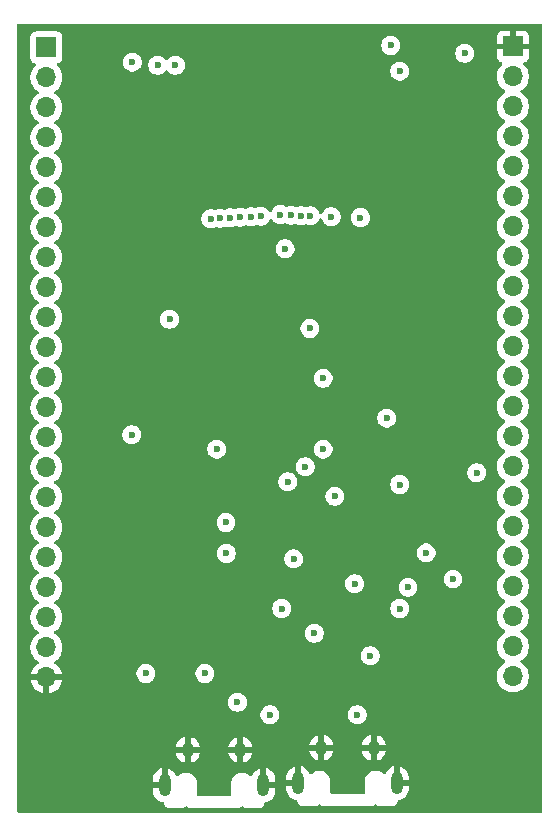
<source format=gbr>
%TF.GenerationSoftware,KiCad,Pcbnew,9.0.0*%
%TF.CreationDate,2025-06-09T12:03:21+05:30*%
%TF.ProjectId,ESP32_DevKit_M1,45535033-325f-4446-9576-4b69745f4d31,rev?*%
%TF.SameCoordinates,Original*%
%TF.FileFunction,Copper,L3,Inr*%
%TF.FilePolarity,Positive*%
%FSLAX46Y46*%
G04 Gerber Fmt 4.6, Leading zero omitted, Abs format (unit mm)*
G04 Created by KiCad (PCBNEW 9.0.0) date 2025-06-09 12:03:21*
%MOMM*%
%LPD*%
G01*
G04 APERTURE LIST*
%TA.AperFunction,ComponentPad*%
%ADD10R,1.700000X1.700000*%
%TD*%
%TA.AperFunction,ComponentPad*%
%ADD11O,1.700000X1.700000*%
%TD*%
%TA.AperFunction,HeatsinkPad*%
%ADD12O,1.000000X1.900000*%
%TD*%
%TA.AperFunction,HeatsinkPad*%
%ADD13O,1.050000X1.250000*%
%TD*%
%TA.AperFunction,ViaPad*%
%ADD14C,0.600000*%
%TD*%
G04 APERTURE END LIST*
D10*
%TO.N,ESP_3.3V*%
%TO.C,J3*%
X106575000Y-65995000D03*
D11*
%TO.N,/GPIO0*%
X106575000Y-68535000D03*
%TO.N,/GPIO1*%
X106575000Y-71075000D03*
%TO.N,/GPIO2*%
X106575000Y-73615000D03*
%TO.N,/GPIO3*%
X106575000Y-76155000D03*
%TO.N,/GPIO4*%
X106575000Y-78695000D03*
%TO.N,/GPIO5*%
X106575000Y-81235000D03*
%TO.N,/GPIO6*%
X106575000Y-83775000D03*
%TO.N,/GPIO7*%
X106575000Y-86315000D03*
%TO.N,/GPIO8*%
X106575000Y-88855000D03*
%TO.N,/GPIO9*%
X106575000Y-91395000D03*
%TO.N,/GPIO10*%
X106575000Y-93935000D03*
%TO.N,/GPIO11*%
X106575000Y-96475000D03*
%TO.N,/GPIO12*%
X106575000Y-99015000D03*
%TO.N,/GPIO13*%
X106575000Y-101555000D03*
%TO.N,/GPIO14*%
X106575000Y-104095000D03*
%TO.N,/GPIO15*%
X106575000Y-106635000D03*
%TO.N,/GPIO16*%
X106575000Y-109175000D03*
%TO.N,/GPIO17*%
X106575000Y-111715000D03*
%TO.N,/GPIO18*%
X106575000Y-114255000D03*
%TO.N,5V*%
X106575000Y-116795000D03*
%TO.N,GND*%
X106575000Y-119335000D03*
%TD*%
D10*
%TO.N,GND*%
%TO.C,J4*%
X146075000Y-65915000D03*
D11*
%TO.N,/CHIP_PU*%
X146075000Y-68455000D03*
%TO.N,/GPIO46*%
X146075000Y-70995000D03*
%TO.N,/GPIO45*%
X146075000Y-73535000D03*
%TO.N,/U0RXD*%
X146075000Y-76075000D03*
%TO.N,/U0TXD*%
X146075000Y-78615000D03*
%TO.N,/GPIO42*%
X146075000Y-81155000D03*
%TO.N,/GPIO41*%
X146075000Y-83695000D03*
%TO.N,/GPIO40*%
X146075000Y-86235000D03*
%TO.N,/GPIO39*%
X146075000Y-88775000D03*
%TO.N,/GPIO38*%
X146075000Y-91315000D03*
%TO.N,/GPIO37*%
X146075000Y-93855000D03*
%TO.N,/GPIO36*%
X146075000Y-96395000D03*
%TO.N,/GPIO35*%
X146075000Y-98935000D03*
%TO.N,/GPIO34*%
X146075000Y-101475000D03*
%TO.N,/GPIO33*%
X146075000Y-104015000D03*
%TO.N,/GPIO26*%
X146075000Y-106555000D03*
%TO.N,/GPIO21*%
X146075000Y-109095000D03*
%TO.N,/GPIO20*%
X146075000Y-111635000D03*
%TO.N,/GPIO19*%
X146075000Y-114175000D03*
%TO.N,/GPIO48*%
X146075000Y-116715000D03*
%TO.N,/GPIO47*%
X146075000Y-119255000D03*
%TD*%
D12*
%TO.N,GND*%
%TO.C,J1*%
X127900000Y-128275000D03*
D13*
X129850000Y-125275000D03*
X134300000Y-125275000D03*
D12*
X136250000Y-128275000D03*
%TD*%
%TO.N,GND*%
%TO.C,J2*%
X116600000Y-128450000D03*
D13*
X118550000Y-125450000D03*
X123000000Y-125450000D03*
D12*
X124950000Y-128450000D03*
%TD*%
D14*
%TO.N,GND*%
X137732555Y-128525000D03*
X118645240Y-118886221D03*
X117434709Y-80061451D03*
X110500000Y-101500000D03*
X135768994Y-121496737D03*
X114500000Y-117500000D03*
X130000000Y-111500000D03*
X128757667Y-120281672D03*
X115500000Y-123000000D03*
X119500000Y-101000000D03*
X134500000Y-119000000D03*
X109989903Y-67545618D03*
X119000000Y-116000000D03*
X111243719Y-112151463D03*
X120584786Y-86596602D03*
X138775006Y-106775006D03*
X140000000Y-67000000D03*
X134956511Y-80478512D03*
X115000000Y-128500000D03*
X124141675Y-119031765D03*
X132773643Y-112799408D03*
X121574065Y-118877971D03*
X134986158Y-64809911D03*
X126335415Y-112040085D03*
X127742518Y-115564463D03*
X137000000Y-116000000D03*
%TO.N,/CHIP_PU*%
X135737531Y-65826745D03*
X141000000Y-111000000D03*
X135388622Y-97376433D03*
X136500000Y-68000000D03*
%TO.N,Net-(U2-VBUS)*%
X136500000Y-113500000D03*
X134000000Y-117500000D03*
%TO.N,/GPIO0*%
X130000000Y-100000000D03*
X130000000Y-94000000D03*
X116000000Y-67500000D03*
X128500000Y-101500000D03*
X115000000Y-119000000D03*
%TO.N,/GPIO19*%
X122750093Y-121438309D03*
X126396383Y-80142502D03*
%TO.N,/GPIO20*%
X131000000Y-104000000D03*
X127268842Y-80198191D03*
X120000000Y-119000000D03*
X136500000Y-103000000D03*
%TO.N,/GPIO18*%
X121000000Y-100000000D03*
%TO.N,/GPIO15*%
X123003262Y-80367996D03*
%TO.N,/GPIO17*%
X124735806Y-80293744D03*
%TO.N,/GPIO14*%
X122136990Y-80417497D03*
%TO.N,/GPIO16*%
X123877785Y-80343246D03*
%TO.N,/GPIO13*%
X121299120Y-80462427D03*
%TO.N,/GPIO12*%
X120500000Y-80500000D03*
%TO.N,/U0TXD*%
X121779644Y-106216754D03*
%TO.N,/GPIO48*%
X143000000Y-102000000D03*
X133168266Y-80396196D03*
X117000000Y-89000000D03*
%TO.N,/GPIO33*%
X130684429Y-80328132D03*
%TO.N,/GPIO26*%
X128920947Y-80253880D03*
%TO.N,/U0RXD*%
X121799843Y-108836690D03*
%TO.N,/GPIO21*%
X128120944Y-80253880D03*
%TO.N,/DTR*%
X127507947Y-109297163D03*
X127000000Y-102769855D03*
%TO.N,5V*%
X126500000Y-113500000D03*
X137193017Y-111705392D03*
%TO.N,3.3V*%
X129252680Y-115591428D03*
X128888622Y-89789433D03*
X132665004Y-111395497D03*
X138724783Y-108794793D03*
X126784818Y-83044886D03*
X113795781Y-98784979D03*
X113849014Y-67235795D03*
%TO.N,ESP_3.3V*%
X117500000Y-67500000D03*
X142000000Y-66500000D03*
%TO.N,VBUS*%
X125500000Y-122500000D03*
X132900000Y-122500000D03*
%TD*%
%TA.AperFunction,Conductor*%
%TO.N,GND*%
G36*
X148517539Y-63994685D02*
G01*
X148563294Y-64047489D01*
X148574500Y-64099000D01*
X148574500Y-130650500D01*
X148554815Y-130717539D01*
X148502011Y-130763294D01*
X148450500Y-130774500D01*
X104199500Y-130774500D01*
X104132461Y-130754815D01*
X104086706Y-130702011D01*
X104075500Y-130650500D01*
X104075500Y-127901504D01*
X115600000Y-127901504D01*
X115600000Y-128200000D01*
X116300000Y-128200000D01*
X116300000Y-128700000D01*
X115600000Y-128700000D01*
X115600000Y-128998495D01*
X115638427Y-129191681D01*
X115638430Y-129191693D01*
X115713807Y-129373671D01*
X115713814Y-129373684D01*
X115823248Y-129537462D01*
X115823251Y-129537466D01*
X115962533Y-129676748D01*
X115962537Y-129676751D01*
X116126315Y-129786185D01*
X116126328Y-129786192D01*
X116308306Y-129861569D01*
X116308310Y-129861570D01*
X116431517Y-129886077D01*
X116493429Y-129918462D01*
X116527102Y-129975602D01*
X116558608Y-130093187D01*
X116591554Y-130150250D01*
X116624500Y-130207314D01*
X116717686Y-130300500D01*
X116831814Y-130366392D01*
X116959108Y-130400500D01*
X116959110Y-130400500D01*
X118040890Y-130400500D01*
X118040892Y-130400500D01*
X118168186Y-130366392D01*
X118282314Y-130300500D01*
X118312319Y-130270495D01*
X118373642Y-130237010D01*
X118443334Y-130241994D01*
X118487681Y-130270495D01*
X118517686Y-130300500D01*
X118631814Y-130366392D01*
X118759108Y-130400500D01*
X118759110Y-130400500D01*
X122790890Y-130400500D01*
X122790892Y-130400500D01*
X122918186Y-130366392D01*
X123032314Y-130300500D01*
X123062319Y-130270495D01*
X123123642Y-130237010D01*
X123193334Y-130241994D01*
X123237681Y-130270495D01*
X123267686Y-130300500D01*
X123381814Y-130366392D01*
X123509108Y-130400500D01*
X123509110Y-130400500D01*
X124590890Y-130400500D01*
X124590892Y-130400500D01*
X124718186Y-130366392D01*
X124832314Y-130300500D01*
X124925500Y-130207314D01*
X124991392Y-130093186D01*
X125022898Y-129975600D01*
X125059261Y-129915942D01*
X125118482Y-129886077D01*
X125241689Y-129861570D01*
X125241693Y-129861569D01*
X125423671Y-129786192D01*
X125423684Y-129786185D01*
X125587462Y-129676751D01*
X125587466Y-129676748D01*
X125726748Y-129537466D01*
X125726751Y-129537462D01*
X125836185Y-129373684D01*
X125836192Y-129373671D01*
X125911569Y-129191693D01*
X125911572Y-129191681D01*
X125949999Y-128998495D01*
X125950000Y-128998492D01*
X125950000Y-128700000D01*
X125250000Y-128700000D01*
X125250000Y-128200000D01*
X125950000Y-128200000D01*
X125950000Y-127901508D01*
X125949999Y-127901504D01*
X125918792Y-127744613D01*
X125918790Y-127744607D01*
X125915189Y-127726504D01*
X126900000Y-127726504D01*
X126900000Y-128025000D01*
X127600000Y-128025000D01*
X127600000Y-128525000D01*
X126900000Y-128525000D01*
X126900000Y-128823495D01*
X126938427Y-129016681D01*
X126938430Y-129016693D01*
X127013807Y-129198671D01*
X127013814Y-129198684D01*
X127123248Y-129362462D01*
X127123251Y-129362466D01*
X127262533Y-129501748D01*
X127262537Y-129501751D01*
X127426315Y-129611185D01*
X127426328Y-129611192D01*
X127608306Y-129686569D01*
X127608310Y-129686570D01*
X127731517Y-129711077D01*
X127793429Y-129743462D01*
X127827102Y-129800602D01*
X127858608Y-129918187D01*
X127886151Y-129965892D01*
X127924500Y-130032314D01*
X128017686Y-130125500D01*
X128131814Y-130191392D01*
X128259108Y-130225500D01*
X128259110Y-130225500D01*
X129340890Y-130225500D01*
X129340892Y-130225500D01*
X129468186Y-130191392D01*
X129582314Y-130125500D01*
X129612319Y-130095495D01*
X129673642Y-130062010D01*
X129743334Y-130066994D01*
X129787681Y-130095495D01*
X129817686Y-130125500D01*
X129931814Y-130191392D01*
X130059108Y-130225500D01*
X130059110Y-130225500D01*
X134090890Y-130225500D01*
X134090892Y-130225500D01*
X134218186Y-130191392D01*
X134332314Y-130125500D01*
X134362319Y-130095495D01*
X134423642Y-130062010D01*
X134493334Y-130066994D01*
X134537681Y-130095495D01*
X134567686Y-130125500D01*
X134681814Y-130191392D01*
X134809108Y-130225500D01*
X134809110Y-130225500D01*
X135890890Y-130225500D01*
X135890892Y-130225500D01*
X136018186Y-130191392D01*
X136132314Y-130125500D01*
X136225500Y-130032314D01*
X136291392Y-129918186D01*
X136322898Y-129800600D01*
X136359261Y-129740942D01*
X136418482Y-129711077D01*
X136541689Y-129686570D01*
X136541693Y-129686569D01*
X136723671Y-129611192D01*
X136723684Y-129611185D01*
X136887462Y-129501751D01*
X136887466Y-129501748D01*
X137026748Y-129362466D01*
X137026751Y-129362462D01*
X137136185Y-129198684D01*
X137136192Y-129198671D01*
X137211569Y-129016693D01*
X137211572Y-129016681D01*
X137249999Y-128823495D01*
X137250000Y-128823492D01*
X137250000Y-128525000D01*
X136550000Y-128525000D01*
X136550000Y-128025000D01*
X137250000Y-128025000D01*
X137250000Y-127726508D01*
X137249999Y-127726504D01*
X137211572Y-127533318D01*
X137211569Y-127533306D01*
X137136192Y-127351328D01*
X137136185Y-127351315D01*
X137026751Y-127187537D01*
X137026748Y-127187533D01*
X136887466Y-127048251D01*
X136887462Y-127048248D01*
X136723684Y-126938814D01*
X136723671Y-126938807D01*
X136541691Y-126863429D01*
X136541683Y-126863427D01*
X136500000Y-126855135D01*
X136500000Y-127758011D01*
X136490060Y-127740795D01*
X136434205Y-127684940D01*
X136365796Y-127645444D01*
X136289496Y-127625000D01*
X136210504Y-127625000D01*
X136134204Y-127645444D01*
X136065795Y-127684940D01*
X136009940Y-127740795D01*
X136000000Y-127758011D01*
X136000000Y-126855136D01*
X135999999Y-126855135D01*
X135958316Y-126863427D01*
X135958308Y-126863429D01*
X135776328Y-126938807D01*
X135776315Y-126938814D01*
X135612537Y-127048248D01*
X135612533Y-127048251D01*
X135473251Y-127187533D01*
X135473248Y-127187537D01*
X135363814Y-127351315D01*
X135363809Y-127351325D01*
X135316607Y-127465281D01*
X135272766Y-127519684D01*
X135206471Y-127541749D01*
X135138772Y-127524470D01*
X135114365Y-127505509D01*
X135039975Y-127431119D01*
X135039967Y-127431113D01*
X134888391Y-127329833D01*
X134888387Y-127329831D01*
X134719962Y-127260068D01*
X134719952Y-127260065D01*
X134541156Y-127224500D01*
X134541154Y-127224500D01*
X134358846Y-127224500D01*
X134358844Y-127224500D01*
X134180047Y-127260065D01*
X134180037Y-127260068D01*
X134011612Y-127329831D01*
X134011608Y-127329833D01*
X133860032Y-127431113D01*
X133860024Y-127431119D01*
X133731119Y-127560024D01*
X133731113Y-127560032D01*
X133629833Y-127711608D01*
X133629831Y-127711612D01*
X133560068Y-127880037D01*
X133560065Y-127880047D01*
X133524500Y-128058843D01*
X133524500Y-129100500D01*
X133504815Y-129167539D01*
X133452011Y-129213294D01*
X133400500Y-129224500D01*
X130749500Y-129224500D01*
X130682461Y-129204815D01*
X130636706Y-129152011D01*
X130625500Y-129100500D01*
X130625500Y-128058843D01*
X130589934Y-127880047D01*
X130589933Y-127880046D01*
X130589933Y-127880042D01*
X130533837Y-127744613D01*
X130520168Y-127711612D01*
X130520166Y-127711608D01*
X130418886Y-127560032D01*
X130418880Y-127560024D01*
X130289975Y-127431119D01*
X130289967Y-127431113D01*
X130138391Y-127329833D01*
X130138387Y-127329831D01*
X129969962Y-127260068D01*
X129969952Y-127260065D01*
X129791156Y-127224500D01*
X129791154Y-127224500D01*
X129608846Y-127224500D01*
X129608844Y-127224500D01*
X129430047Y-127260065D01*
X129430037Y-127260068D01*
X129261612Y-127329831D01*
X129261608Y-127329833D01*
X129110032Y-127431113D01*
X129110029Y-127431115D01*
X129035634Y-127505510D01*
X128974310Y-127538994D01*
X128904619Y-127534009D01*
X128848685Y-127492138D01*
X128833392Y-127465280D01*
X128786192Y-127351328D01*
X128786185Y-127351315D01*
X128676751Y-127187537D01*
X128676748Y-127187533D01*
X128537466Y-127048251D01*
X128537462Y-127048248D01*
X128373684Y-126938814D01*
X128373671Y-126938807D01*
X128191691Y-126863429D01*
X128191683Y-126863427D01*
X128150000Y-126855135D01*
X128150000Y-127758011D01*
X128140060Y-127740795D01*
X128084205Y-127684940D01*
X128015796Y-127645444D01*
X127939496Y-127625000D01*
X127860504Y-127625000D01*
X127784204Y-127645444D01*
X127715795Y-127684940D01*
X127659940Y-127740795D01*
X127650000Y-127758011D01*
X127650000Y-126855136D01*
X127649999Y-126855135D01*
X127608316Y-126863427D01*
X127608308Y-126863429D01*
X127426328Y-126938807D01*
X127426315Y-126938814D01*
X127262537Y-127048248D01*
X127262533Y-127048251D01*
X127123251Y-127187533D01*
X127123248Y-127187537D01*
X127013814Y-127351315D01*
X127013807Y-127351328D01*
X126938430Y-127533306D01*
X126938427Y-127533318D01*
X126900000Y-127726504D01*
X125915189Y-127726504D01*
X125911570Y-127708310D01*
X125911569Y-127708306D01*
X125836192Y-127526328D01*
X125836185Y-127526315D01*
X125726751Y-127362537D01*
X125726748Y-127362533D01*
X125587466Y-127223251D01*
X125587462Y-127223248D01*
X125423684Y-127113814D01*
X125423671Y-127113807D01*
X125241691Y-127038429D01*
X125241683Y-127038427D01*
X125200000Y-127030135D01*
X125200000Y-127933011D01*
X125190060Y-127915795D01*
X125134205Y-127859940D01*
X125065796Y-127820444D01*
X124989496Y-127800000D01*
X124910504Y-127800000D01*
X124834204Y-127820444D01*
X124765795Y-127859940D01*
X124709940Y-127915795D01*
X124700000Y-127933011D01*
X124700000Y-127030136D01*
X124699999Y-127030135D01*
X124658316Y-127038427D01*
X124658308Y-127038429D01*
X124476328Y-127113807D01*
X124476315Y-127113814D01*
X124312537Y-127223248D01*
X124312533Y-127223251D01*
X124173251Y-127362533D01*
X124173248Y-127362537D01*
X124063814Y-127526315D01*
X124063809Y-127526325D01*
X124016607Y-127640281D01*
X123972766Y-127694684D01*
X123906471Y-127716749D01*
X123838772Y-127699470D01*
X123814365Y-127680509D01*
X123739975Y-127606119D01*
X123739967Y-127606113D01*
X123588391Y-127504833D01*
X123588387Y-127504831D01*
X123419962Y-127435068D01*
X123419952Y-127435065D01*
X123241156Y-127399500D01*
X123241154Y-127399500D01*
X123058846Y-127399500D01*
X123058844Y-127399500D01*
X122880047Y-127435065D01*
X122880037Y-127435068D01*
X122711612Y-127504831D01*
X122711608Y-127504833D01*
X122560032Y-127606113D01*
X122560024Y-127606119D01*
X122431119Y-127735024D01*
X122431113Y-127735032D01*
X122329833Y-127886608D01*
X122329831Y-127886612D01*
X122260068Y-128055037D01*
X122260065Y-128055047D01*
X122224500Y-128233843D01*
X122224500Y-129275500D01*
X122204815Y-129342539D01*
X122152011Y-129388294D01*
X122100500Y-129399500D01*
X119449500Y-129399500D01*
X119382461Y-129379815D01*
X119336706Y-129327011D01*
X119325500Y-129275500D01*
X119325500Y-128233843D01*
X119289934Y-128055047D01*
X119289933Y-128055046D01*
X119289933Y-128055042D01*
X119260591Y-127984204D01*
X119220168Y-127886612D01*
X119220166Y-127886608D01*
X119118886Y-127735032D01*
X119118880Y-127735024D01*
X118989975Y-127606119D01*
X118989967Y-127606113D01*
X118838391Y-127504833D01*
X118838387Y-127504831D01*
X118669962Y-127435068D01*
X118669952Y-127435065D01*
X118491156Y-127399500D01*
X118491154Y-127399500D01*
X118308846Y-127399500D01*
X118308844Y-127399500D01*
X118130047Y-127435065D01*
X118130037Y-127435068D01*
X117961612Y-127504831D01*
X117961608Y-127504833D01*
X117810032Y-127606113D01*
X117810029Y-127606115D01*
X117735634Y-127680510D01*
X117674310Y-127713994D01*
X117604619Y-127709009D01*
X117548685Y-127667138D01*
X117533392Y-127640280D01*
X117486192Y-127526328D01*
X117486185Y-127526315D01*
X117376751Y-127362537D01*
X117376748Y-127362533D01*
X117237466Y-127223251D01*
X117237462Y-127223248D01*
X117073684Y-127113814D01*
X117073671Y-127113807D01*
X116891691Y-127038429D01*
X116891683Y-127038427D01*
X116850000Y-127030135D01*
X116850000Y-127933011D01*
X116840060Y-127915795D01*
X116784205Y-127859940D01*
X116715796Y-127820444D01*
X116639496Y-127800000D01*
X116560504Y-127800000D01*
X116484204Y-127820444D01*
X116415795Y-127859940D01*
X116359940Y-127915795D01*
X116350000Y-127933011D01*
X116350000Y-127030136D01*
X116349999Y-127030135D01*
X116308316Y-127038427D01*
X116308308Y-127038429D01*
X116126328Y-127113807D01*
X116126315Y-127113814D01*
X115962537Y-127223248D01*
X115962533Y-127223251D01*
X115823251Y-127362533D01*
X115823248Y-127362537D01*
X115713814Y-127526315D01*
X115713807Y-127526328D01*
X115638430Y-127708306D01*
X115638427Y-127708318D01*
X115600000Y-127901504D01*
X104075500Y-127901504D01*
X104075500Y-125200000D01*
X117534756Y-125200000D01*
X118261326Y-125200000D01*
X118247149Y-125224555D01*
X118225000Y-125307213D01*
X118225000Y-125592787D01*
X118247149Y-125675445D01*
X118261326Y-125700000D01*
X117534756Y-125700000D01*
X117564387Y-125848974D01*
X117564390Y-125848983D01*
X117641652Y-126035513D01*
X117641659Y-126035526D01*
X117753829Y-126203399D01*
X117753832Y-126203403D01*
X117896596Y-126346167D01*
X117896600Y-126346170D01*
X118064473Y-126458340D01*
X118064486Y-126458347D01*
X118251016Y-126535609D01*
X118251025Y-126535612D01*
X118300000Y-126545353D01*
X118300000Y-125759618D01*
X118350446Y-125810064D01*
X118424555Y-125852851D01*
X118507213Y-125875000D01*
X118592787Y-125875000D01*
X118675445Y-125852851D01*
X118749554Y-125810064D01*
X118800000Y-125759618D01*
X118800000Y-126545352D01*
X118848974Y-126535612D01*
X118848983Y-126535609D01*
X119035513Y-126458347D01*
X119035526Y-126458340D01*
X119203399Y-126346170D01*
X119203403Y-126346167D01*
X119346167Y-126203403D01*
X119346170Y-126203399D01*
X119458340Y-126035526D01*
X119458347Y-126035513D01*
X119535609Y-125848983D01*
X119535612Y-125848974D01*
X119565244Y-125700000D01*
X118838674Y-125700000D01*
X118852851Y-125675445D01*
X118875000Y-125592787D01*
X118875000Y-125307213D01*
X118852851Y-125224555D01*
X118838674Y-125200000D01*
X119565244Y-125200000D01*
X121984756Y-125200000D01*
X122711326Y-125200000D01*
X122697149Y-125224555D01*
X122675000Y-125307213D01*
X122675000Y-125592787D01*
X122697149Y-125675445D01*
X122711326Y-125700000D01*
X121984756Y-125700000D01*
X122014387Y-125848974D01*
X122014390Y-125848983D01*
X122091652Y-126035513D01*
X122091659Y-126035526D01*
X122203829Y-126203399D01*
X122203832Y-126203403D01*
X122346596Y-126346167D01*
X122346600Y-126346170D01*
X122514473Y-126458340D01*
X122514486Y-126458347D01*
X122701016Y-126535609D01*
X122701025Y-126535612D01*
X122750000Y-126545353D01*
X122750000Y-125759618D01*
X122800446Y-125810064D01*
X122874555Y-125852851D01*
X122957213Y-125875000D01*
X123042787Y-125875000D01*
X123125445Y-125852851D01*
X123199554Y-125810064D01*
X123250000Y-125759618D01*
X123250000Y-126545352D01*
X123298974Y-126535612D01*
X123298983Y-126535609D01*
X123485513Y-126458347D01*
X123485526Y-126458340D01*
X123653399Y-126346170D01*
X123653403Y-126346167D01*
X123796167Y-126203403D01*
X123796170Y-126203399D01*
X123908340Y-126035526D01*
X123908347Y-126035513D01*
X123985609Y-125848983D01*
X123985612Y-125848974D01*
X124015244Y-125700000D01*
X123288674Y-125700000D01*
X123302851Y-125675445D01*
X123325000Y-125592787D01*
X123325000Y-125307213D01*
X123302851Y-125224555D01*
X123288674Y-125200000D01*
X124015245Y-125200000D01*
X124015244Y-125199999D01*
X123991877Y-125082521D01*
X123985611Y-125051024D01*
X123985609Y-125051016D01*
X123974833Y-125025000D01*
X128834756Y-125025000D01*
X129561326Y-125025000D01*
X129547149Y-125049555D01*
X129525000Y-125132213D01*
X129525000Y-125417787D01*
X129547149Y-125500445D01*
X129561326Y-125525000D01*
X128834756Y-125525000D01*
X128864387Y-125673974D01*
X128864390Y-125673983D01*
X128941652Y-125860513D01*
X128941659Y-125860526D01*
X129053829Y-126028399D01*
X129053832Y-126028403D01*
X129196596Y-126171167D01*
X129196600Y-126171170D01*
X129364473Y-126283340D01*
X129364486Y-126283347D01*
X129551016Y-126360609D01*
X129551025Y-126360612D01*
X129600000Y-126370353D01*
X129600000Y-125584618D01*
X129650446Y-125635064D01*
X129724555Y-125677851D01*
X129807213Y-125700000D01*
X129892787Y-125700000D01*
X129975445Y-125677851D01*
X130049554Y-125635064D01*
X130100000Y-125584618D01*
X130100000Y-126370352D01*
X130148974Y-126360612D01*
X130148983Y-126360609D01*
X130335513Y-126283347D01*
X130335526Y-126283340D01*
X130503399Y-126171170D01*
X130503403Y-126171167D01*
X130646167Y-126028403D01*
X130646170Y-126028399D01*
X130758340Y-125860526D01*
X130758347Y-125860513D01*
X130835609Y-125673983D01*
X130835612Y-125673974D01*
X130865244Y-125525000D01*
X130138674Y-125525000D01*
X130152851Y-125500445D01*
X130175000Y-125417787D01*
X130175000Y-125132213D01*
X130152851Y-125049555D01*
X130138674Y-125025000D01*
X130865244Y-125025000D01*
X133284756Y-125025000D01*
X134011326Y-125025000D01*
X133997149Y-125049555D01*
X133975000Y-125132213D01*
X133975000Y-125417787D01*
X133997149Y-125500445D01*
X134011326Y-125525000D01*
X133284756Y-125525000D01*
X133314387Y-125673974D01*
X133314390Y-125673983D01*
X133391652Y-125860513D01*
X133391659Y-125860526D01*
X133503829Y-126028399D01*
X133503832Y-126028403D01*
X133646596Y-126171167D01*
X133646600Y-126171170D01*
X133814473Y-126283340D01*
X133814486Y-126283347D01*
X134001016Y-126360609D01*
X134001025Y-126360612D01*
X134050000Y-126370353D01*
X134050000Y-125584618D01*
X134100446Y-125635064D01*
X134174555Y-125677851D01*
X134257213Y-125700000D01*
X134342787Y-125700000D01*
X134425445Y-125677851D01*
X134499554Y-125635064D01*
X134550000Y-125584618D01*
X134550000Y-126370352D01*
X134598974Y-126360612D01*
X134598983Y-126360609D01*
X134785513Y-126283347D01*
X134785526Y-126283340D01*
X134953399Y-126171170D01*
X134953403Y-126171167D01*
X135096167Y-126028403D01*
X135096170Y-126028399D01*
X135208340Y-125860526D01*
X135208347Y-125860513D01*
X135285609Y-125673983D01*
X135285612Y-125673974D01*
X135315244Y-125525000D01*
X134588674Y-125525000D01*
X134602851Y-125500445D01*
X134625000Y-125417787D01*
X134625000Y-125132213D01*
X134602851Y-125049555D01*
X134588674Y-125025000D01*
X135315244Y-125025000D01*
X135285612Y-124876025D01*
X135285609Y-124876016D01*
X135208347Y-124689486D01*
X135208340Y-124689473D01*
X135096170Y-124521600D01*
X135096167Y-124521596D01*
X134953403Y-124378832D01*
X134953399Y-124378829D01*
X134785526Y-124266659D01*
X134785513Y-124266652D01*
X134598984Y-124189390D01*
X134598977Y-124189388D01*
X134550000Y-124179645D01*
X134550000Y-124965382D01*
X134499554Y-124914936D01*
X134425445Y-124872149D01*
X134342787Y-124850000D01*
X134257213Y-124850000D01*
X134174555Y-124872149D01*
X134100446Y-124914936D01*
X134050000Y-124965382D01*
X134050000Y-124179646D01*
X134049999Y-124179645D01*
X134001022Y-124189388D01*
X134001015Y-124189390D01*
X133814486Y-124266652D01*
X133814473Y-124266659D01*
X133646600Y-124378829D01*
X133646596Y-124378832D01*
X133503832Y-124521596D01*
X133503829Y-124521600D01*
X133391659Y-124689473D01*
X133391652Y-124689486D01*
X133314390Y-124876016D01*
X133314387Y-124876025D01*
X133284756Y-125025000D01*
X130865244Y-125025000D01*
X130835612Y-124876025D01*
X130835609Y-124876016D01*
X130758347Y-124689486D01*
X130758340Y-124689473D01*
X130646170Y-124521600D01*
X130646167Y-124521596D01*
X130503403Y-124378832D01*
X130503399Y-124378829D01*
X130335526Y-124266659D01*
X130335513Y-124266652D01*
X130148984Y-124189390D01*
X130148977Y-124189388D01*
X130100000Y-124179645D01*
X130100000Y-124965382D01*
X130049554Y-124914936D01*
X129975445Y-124872149D01*
X129892787Y-124850000D01*
X129807213Y-124850000D01*
X129724555Y-124872149D01*
X129650446Y-124914936D01*
X129600000Y-124965382D01*
X129600000Y-124179646D01*
X129599999Y-124179645D01*
X129551022Y-124189388D01*
X129551015Y-124189390D01*
X129364486Y-124266652D01*
X129364473Y-124266659D01*
X129196600Y-124378829D01*
X129196596Y-124378832D01*
X129053832Y-124521596D01*
X129053829Y-124521600D01*
X128941659Y-124689473D01*
X128941652Y-124689486D01*
X128864390Y-124876016D01*
X128864387Y-124876025D01*
X128834756Y-125025000D01*
X123974833Y-125025000D01*
X123908347Y-124864486D01*
X123908340Y-124864473D01*
X123796170Y-124696600D01*
X123796167Y-124696596D01*
X123653403Y-124553832D01*
X123653399Y-124553829D01*
X123485526Y-124441659D01*
X123485513Y-124441652D01*
X123298984Y-124364390D01*
X123298977Y-124364388D01*
X123250000Y-124354645D01*
X123250000Y-125140382D01*
X123199554Y-125089936D01*
X123125445Y-125047149D01*
X123042787Y-125025000D01*
X122957213Y-125025000D01*
X122874555Y-125047149D01*
X122800446Y-125089936D01*
X122750000Y-125140382D01*
X122750000Y-124354646D01*
X122749999Y-124354645D01*
X122701022Y-124364388D01*
X122701015Y-124364390D01*
X122514486Y-124441652D01*
X122514473Y-124441659D01*
X122346600Y-124553829D01*
X122346596Y-124553832D01*
X122203832Y-124696596D01*
X122203829Y-124696600D01*
X122091659Y-124864473D01*
X122091652Y-124864486D01*
X122014390Y-125051016D01*
X122014387Y-125051025D01*
X121984756Y-125200000D01*
X119565244Y-125200000D01*
X119535612Y-125051025D01*
X119535609Y-125051016D01*
X119458347Y-124864486D01*
X119458340Y-124864473D01*
X119346170Y-124696600D01*
X119346167Y-124696596D01*
X119203403Y-124553832D01*
X119203399Y-124553829D01*
X119035526Y-124441659D01*
X119035513Y-124441652D01*
X118848984Y-124364390D01*
X118848977Y-124364388D01*
X118800000Y-124354645D01*
X118800000Y-125140382D01*
X118749554Y-125089936D01*
X118675445Y-125047149D01*
X118592787Y-125025000D01*
X118507213Y-125025000D01*
X118424555Y-125047149D01*
X118350446Y-125089936D01*
X118300000Y-125140382D01*
X118300000Y-124354646D01*
X118299999Y-124354645D01*
X118251022Y-124364388D01*
X118251015Y-124364390D01*
X118064486Y-124441652D01*
X118064473Y-124441659D01*
X117896600Y-124553829D01*
X117896596Y-124553832D01*
X117753832Y-124696596D01*
X117753829Y-124696600D01*
X117641659Y-124864473D01*
X117641652Y-124864486D01*
X117564390Y-125051016D01*
X117564387Y-125051025D01*
X117534756Y-125200000D01*
X104075500Y-125200000D01*
X104075500Y-122421153D01*
X124699500Y-122421153D01*
X124699500Y-122578846D01*
X124730261Y-122733489D01*
X124730264Y-122733501D01*
X124790602Y-122879172D01*
X124790609Y-122879185D01*
X124878210Y-123010288D01*
X124878213Y-123010292D01*
X124989707Y-123121786D01*
X124989711Y-123121789D01*
X125120814Y-123209390D01*
X125120827Y-123209397D01*
X125266498Y-123269735D01*
X125266503Y-123269737D01*
X125421153Y-123300499D01*
X125421156Y-123300500D01*
X125421158Y-123300500D01*
X125578844Y-123300500D01*
X125578845Y-123300499D01*
X125733497Y-123269737D01*
X125879179Y-123209394D01*
X126010289Y-123121789D01*
X126121789Y-123010289D01*
X126209394Y-122879179D01*
X126269737Y-122733497D01*
X126300500Y-122578842D01*
X126300500Y-122421158D01*
X126300500Y-122421155D01*
X126300499Y-122421153D01*
X132099500Y-122421153D01*
X132099500Y-122578846D01*
X132130261Y-122733489D01*
X132130264Y-122733501D01*
X132190602Y-122879172D01*
X132190609Y-122879185D01*
X132278210Y-123010288D01*
X132278213Y-123010292D01*
X132389707Y-123121786D01*
X132389711Y-123121789D01*
X132520814Y-123209390D01*
X132520827Y-123209397D01*
X132666498Y-123269735D01*
X132666503Y-123269737D01*
X132821153Y-123300499D01*
X132821156Y-123300500D01*
X132821158Y-123300500D01*
X132978844Y-123300500D01*
X132978845Y-123300499D01*
X133133497Y-123269737D01*
X133279179Y-123209394D01*
X133410289Y-123121789D01*
X133521789Y-123010289D01*
X133609394Y-122879179D01*
X133669737Y-122733497D01*
X133700500Y-122578842D01*
X133700500Y-122421158D01*
X133700500Y-122421155D01*
X133700499Y-122421153D01*
X133669738Y-122266510D01*
X133669737Y-122266503D01*
X133658266Y-122238809D01*
X133609397Y-122120827D01*
X133609390Y-122120814D01*
X133521789Y-121989711D01*
X133521786Y-121989707D01*
X133410292Y-121878213D01*
X133410288Y-121878210D01*
X133279185Y-121790609D01*
X133279172Y-121790602D01*
X133133501Y-121730264D01*
X133133489Y-121730261D01*
X132978845Y-121699500D01*
X132978842Y-121699500D01*
X132821158Y-121699500D01*
X132821155Y-121699500D01*
X132666510Y-121730261D01*
X132666498Y-121730264D01*
X132520827Y-121790602D01*
X132520814Y-121790609D01*
X132389711Y-121878210D01*
X132389707Y-121878213D01*
X132278213Y-121989707D01*
X132278210Y-121989711D01*
X132190609Y-122120814D01*
X132190602Y-122120827D01*
X132130264Y-122266498D01*
X132130261Y-122266510D01*
X132099500Y-122421153D01*
X126300499Y-122421153D01*
X126269738Y-122266510D01*
X126269737Y-122266503D01*
X126258266Y-122238809D01*
X126209397Y-122120827D01*
X126209390Y-122120814D01*
X126121789Y-121989711D01*
X126121786Y-121989707D01*
X126010292Y-121878213D01*
X126010288Y-121878210D01*
X125879185Y-121790609D01*
X125879172Y-121790602D01*
X125733501Y-121730264D01*
X125733489Y-121730261D01*
X125578845Y-121699500D01*
X125578842Y-121699500D01*
X125421158Y-121699500D01*
X125421155Y-121699500D01*
X125266510Y-121730261D01*
X125266498Y-121730264D01*
X125120827Y-121790602D01*
X125120814Y-121790609D01*
X124989711Y-121878210D01*
X124989707Y-121878213D01*
X124878213Y-121989707D01*
X124878210Y-121989711D01*
X124790609Y-122120814D01*
X124790602Y-122120827D01*
X124730264Y-122266498D01*
X124730261Y-122266510D01*
X124699500Y-122421153D01*
X104075500Y-122421153D01*
X104075500Y-121359462D01*
X121949593Y-121359462D01*
X121949593Y-121517155D01*
X121980354Y-121671798D01*
X121980357Y-121671810D01*
X122040695Y-121817481D01*
X122040702Y-121817494D01*
X122128303Y-121948597D01*
X122128306Y-121948601D01*
X122239800Y-122060095D01*
X122239804Y-122060098D01*
X122370907Y-122147699D01*
X122370920Y-122147706D01*
X122516591Y-122208044D01*
X122516596Y-122208046D01*
X122671246Y-122238808D01*
X122671249Y-122238809D01*
X122671251Y-122238809D01*
X122828937Y-122238809D01*
X122828938Y-122238808D01*
X122983590Y-122208046D01*
X123129272Y-122147703D01*
X123260382Y-122060098D01*
X123371882Y-121948598D01*
X123459487Y-121817488D01*
X123519830Y-121671806D01*
X123550593Y-121517151D01*
X123550593Y-121359467D01*
X123550593Y-121359464D01*
X123550592Y-121359462D01*
X123519831Y-121204819D01*
X123519830Y-121204812D01*
X123519828Y-121204807D01*
X123459490Y-121059136D01*
X123459483Y-121059123D01*
X123371882Y-120928020D01*
X123371879Y-120928016D01*
X123260385Y-120816522D01*
X123260381Y-120816519D01*
X123129278Y-120728918D01*
X123129265Y-120728911D01*
X122983594Y-120668573D01*
X122983582Y-120668570D01*
X122828938Y-120637809D01*
X122828935Y-120637809D01*
X122671251Y-120637809D01*
X122671248Y-120637809D01*
X122516603Y-120668570D01*
X122516591Y-120668573D01*
X122370920Y-120728911D01*
X122370907Y-120728918D01*
X122239804Y-120816519D01*
X122239800Y-120816522D01*
X122128306Y-120928016D01*
X122128303Y-120928020D01*
X122040702Y-121059123D01*
X122040695Y-121059136D01*
X121980357Y-121204807D01*
X121980354Y-121204819D01*
X121949593Y-121359462D01*
X104075500Y-121359462D01*
X104075500Y-65097135D01*
X105224500Y-65097135D01*
X105224500Y-66892870D01*
X105224501Y-66892876D01*
X105230908Y-66952483D01*
X105281202Y-67087328D01*
X105281206Y-67087335D01*
X105367452Y-67202544D01*
X105367455Y-67202547D01*
X105482664Y-67288793D01*
X105482671Y-67288797D01*
X105614082Y-67337810D01*
X105670016Y-67379681D01*
X105694433Y-67445145D01*
X105679582Y-67513418D01*
X105658431Y-67541673D01*
X105544889Y-67655215D01*
X105419951Y-67827179D01*
X105323444Y-68016585D01*
X105257753Y-68218760D01*
X105224500Y-68428713D01*
X105224500Y-68641286D01*
X105245082Y-68771239D01*
X105257754Y-68851243D01*
X105297449Y-68973412D01*
X105323444Y-69053414D01*
X105419951Y-69242820D01*
X105544890Y-69414786D01*
X105695213Y-69565109D01*
X105867182Y-69690050D01*
X105875946Y-69694516D01*
X105926742Y-69742491D01*
X105943536Y-69810312D01*
X105920998Y-69876447D01*
X105875946Y-69915484D01*
X105867182Y-69919949D01*
X105695213Y-70044890D01*
X105544890Y-70195213D01*
X105419951Y-70367179D01*
X105323444Y-70556585D01*
X105257753Y-70758760D01*
X105224500Y-70968713D01*
X105224500Y-71181286D01*
X105245082Y-71311239D01*
X105257754Y-71391243D01*
X105297449Y-71513412D01*
X105323444Y-71593414D01*
X105419951Y-71782820D01*
X105544890Y-71954786D01*
X105695213Y-72105109D01*
X105867182Y-72230050D01*
X105875946Y-72234516D01*
X105926742Y-72282491D01*
X105943536Y-72350312D01*
X105920998Y-72416447D01*
X105875946Y-72455484D01*
X105867182Y-72459949D01*
X105695213Y-72584890D01*
X105544890Y-72735213D01*
X105419951Y-72907179D01*
X105323444Y-73096585D01*
X105257753Y-73298760D01*
X105224500Y-73508713D01*
X105224500Y-73721286D01*
X105245082Y-73851239D01*
X105257754Y-73931243D01*
X105297449Y-74053412D01*
X105323444Y-74133414D01*
X105419951Y-74322820D01*
X105544890Y-74494786D01*
X105695213Y-74645109D01*
X105867182Y-74770050D01*
X105875946Y-74774516D01*
X105926742Y-74822491D01*
X105943536Y-74890312D01*
X105920998Y-74956447D01*
X105875946Y-74995484D01*
X105867182Y-74999949D01*
X105695213Y-75124890D01*
X105544890Y-75275213D01*
X105419951Y-75447179D01*
X105323444Y-75636585D01*
X105257753Y-75838760D01*
X105224500Y-76048713D01*
X105224500Y-76261286D01*
X105245082Y-76391239D01*
X105257754Y-76471243D01*
X105297449Y-76593412D01*
X105323444Y-76673414D01*
X105419951Y-76862820D01*
X105544890Y-77034786D01*
X105695213Y-77185109D01*
X105867182Y-77310050D01*
X105875946Y-77314516D01*
X105926742Y-77362491D01*
X105943536Y-77430312D01*
X105920998Y-77496447D01*
X105875946Y-77535484D01*
X105867182Y-77539949D01*
X105695213Y-77664890D01*
X105544890Y-77815213D01*
X105419951Y-77987179D01*
X105323444Y-78176585D01*
X105257753Y-78378760D01*
X105224500Y-78588713D01*
X105224500Y-78801286D01*
X105245082Y-78931239D01*
X105257754Y-79011243D01*
X105297449Y-79133412D01*
X105323444Y-79213414D01*
X105419951Y-79402820D01*
X105544890Y-79574786D01*
X105695213Y-79725109D01*
X105867182Y-79850050D01*
X105875946Y-79854516D01*
X105926742Y-79902491D01*
X105943536Y-79970312D01*
X105920998Y-80036447D01*
X105875946Y-80075484D01*
X105867182Y-80079949D01*
X105695213Y-80204890D01*
X105544890Y-80355213D01*
X105419951Y-80527179D01*
X105323444Y-80716585D01*
X105257753Y-80918760D01*
X105224500Y-81128713D01*
X105224500Y-81341286D01*
X105245082Y-81471239D01*
X105257754Y-81551243D01*
X105297449Y-81673412D01*
X105323444Y-81753414D01*
X105419951Y-81942820D01*
X105544890Y-82114786D01*
X105695213Y-82265109D01*
X105867182Y-82390050D01*
X105875946Y-82394516D01*
X105926742Y-82442491D01*
X105943536Y-82510312D01*
X105920998Y-82576447D01*
X105875946Y-82615484D01*
X105867182Y-82619949D01*
X105695213Y-82744890D01*
X105544890Y-82895213D01*
X105419951Y-83067179D01*
X105323444Y-83256585D01*
X105257753Y-83458760D01*
X105224500Y-83668713D01*
X105224500Y-83881286D01*
X105245082Y-84011239D01*
X105257754Y-84091243D01*
X105297449Y-84213412D01*
X105323444Y-84293414D01*
X105419951Y-84482820D01*
X105544890Y-84654786D01*
X105695213Y-84805109D01*
X105867182Y-84930050D01*
X105875946Y-84934516D01*
X105926742Y-84982491D01*
X105943536Y-85050312D01*
X105920998Y-85116447D01*
X105875946Y-85155484D01*
X105867182Y-85159949D01*
X105695213Y-85284890D01*
X105544890Y-85435213D01*
X105419951Y-85607179D01*
X105323444Y-85796585D01*
X105257753Y-85998760D01*
X105224500Y-86208713D01*
X105224500Y-86421286D01*
X105245082Y-86551239D01*
X105257754Y-86631243D01*
X105297449Y-86753412D01*
X105323444Y-86833414D01*
X105419951Y-87022820D01*
X105544890Y-87194786D01*
X105695213Y-87345109D01*
X105867182Y-87470050D01*
X105875946Y-87474516D01*
X105926742Y-87522491D01*
X105943536Y-87590312D01*
X105920998Y-87656447D01*
X105875946Y-87695484D01*
X105867182Y-87699949D01*
X105695213Y-87824890D01*
X105544890Y-87975213D01*
X105419951Y-88147179D01*
X105323444Y-88336585D01*
X105257753Y-88538760D01*
X105224500Y-88748713D01*
X105224500Y-88961286D01*
X105257183Y-89167643D01*
X105257754Y-89171243D01*
X105297449Y-89293412D01*
X105323444Y-89373414D01*
X105419951Y-89562820D01*
X105544890Y-89734786D01*
X105695213Y-89885109D01*
X105867182Y-90010050D01*
X105875946Y-90014516D01*
X105926742Y-90062491D01*
X105943536Y-90130312D01*
X105920998Y-90196447D01*
X105875946Y-90235484D01*
X105867182Y-90239949D01*
X105695213Y-90364890D01*
X105544890Y-90515213D01*
X105419951Y-90687179D01*
X105323444Y-90876585D01*
X105257753Y-91078760D01*
X105224500Y-91288713D01*
X105224500Y-91501286D01*
X105245082Y-91631239D01*
X105257754Y-91711243D01*
X105297449Y-91833412D01*
X105323444Y-91913414D01*
X105419951Y-92102820D01*
X105544890Y-92274786D01*
X105695213Y-92425109D01*
X105867182Y-92550050D01*
X105875946Y-92554516D01*
X105926742Y-92602491D01*
X105943536Y-92670312D01*
X105920998Y-92736447D01*
X105875946Y-92775484D01*
X105867182Y-92779949D01*
X105695213Y-92904890D01*
X105544890Y-93055213D01*
X105419951Y-93227179D01*
X105323444Y-93416585D01*
X105257753Y-93618760D01*
X105257428Y-93620814D01*
X105224500Y-93828713D01*
X105224500Y-94041287D01*
X105230449Y-94078846D01*
X105245082Y-94171239D01*
X105257754Y-94251243D01*
X105297449Y-94373412D01*
X105323444Y-94453414D01*
X105419951Y-94642820D01*
X105544890Y-94814786D01*
X105695213Y-94965109D01*
X105867182Y-95090050D01*
X105875946Y-95094516D01*
X105926742Y-95142491D01*
X105943536Y-95210312D01*
X105920998Y-95276447D01*
X105875946Y-95315484D01*
X105867182Y-95319949D01*
X105695213Y-95444890D01*
X105544890Y-95595213D01*
X105419951Y-95767179D01*
X105323444Y-95956585D01*
X105257753Y-96158760D01*
X105237171Y-96288713D01*
X105224500Y-96368713D01*
X105224500Y-96581287D01*
X105228525Y-96606697D01*
X105251957Y-96754646D01*
X105257754Y-96791243D01*
X105297449Y-96913412D01*
X105323444Y-96993414D01*
X105419951Y-97182820D01*
X105544890Y-97354786D01*
X105695213Y-97505109D01*
X105867182Y-97630050D01*
X105875946Y-97634516D01*
X105926742Y-97682491D01*
X105943536Y-97750312D01*
X105920998Y-97816447D01*
X105875946Y-97855484D01*
X105867182Y-97859949D01*
X105695213Y-97984890D01*
X105544890Y-98135213D01*
X105419951Y-98307179D01*
X105323444Y-98496585D01*
X105323443Y-98496587D01*
X105323443Y-98496588D01*
X105290598Y-98597672D01*
X105257753Y-98698760D01*
X105224500Y-98908713D01*
X105224500Y-99121286D01*
X105252056Y-99295271D01*
X105257754Y-99331243D01*
X105310759Y-99494376D01*
X105323444Y-99533414D01*
X105419951Y-99722820D01*
X105544890Y-99894786D01*
X105695213Y-100045109D01*
X105867182Y-100170050D01*
X105875946Y-100174516D01*
X105926742Y-100222491D01*
X105943536Y-100290312D01*
X105920998Y-100356447D01*
X105875946Y-100395484D01*
X105867182Y-100399949D01*
X105695213Y-100524890D01*
X105544890Y-100675213D01*
X105419951Y-100847179D01*
X105323444Y-101036585D01*
X105257753Y-101238760D01*
X105224500Y-101448713D01*
X105224500Y-101661286D01*
X105257178Y-101867611D01*
X105257754Y-101871243D01*
X105299628Y-102000118D01*
X105323444Y-102073414D01*
X105419951Y-102262820D01*
X105544890Y-102434786D01*
X105695213Y-102585109D01*
X105867182Y-102710050D01*
X105875946Y-102714516D01*
X105926742Y-102762491D01*
X105943536Y-102830312D01*
X105920998Y-102896447D01*
X105875946Y-102935484D01*
X105867182Y-102939949D01*
X105695213Y-103064890D01*
X105544890Y-103215213D01*
X105419951Y-103387179D01*
X105323444Y-103576585D01*
X105257753Y-103778760D01*
X105224500Y-103988713D01*
X105224500Y-104201286D01*
X105252675Y-104379179D01*
X105257754Y-104411243D01*
X105297449Y-104533412D01*
X105323444Y-104613414D01*
X105419951Y-104802820D01*
X105544890Y-104974786D01*
X105695213Y-105125109D01*
X105867182Y-105250050D01*
X105875946Y-105254516D01*
X105926742Y-105302491D01*
X105943536Y-105370312D01*
X105920998Y-105436447D01*
X105875946Y-105475484D01*
X105867182Y-105479949D01*
X105695213Y-105604890D01*
X105544890Y-105755213D01*
X105419951Y-105927179D01*
X105323444Y-106116585D01*
X105257753Y-106318760D01*
X105224500Y-106528713D01*
X105224500Y-106741286D01*
X105253779Y-106926151D01*
X105257754Y-106951243D01*
X105297449Y-107073412D01*
X105323444Y-107153414D01*
X105419951Y-107342820D01*
X105544890Y-107514786D01*
X105695213Y-107665109D01*
X105867182Y-107790050D01*
X105875946Y-107794516D01*
X105926742Y-107842491D01*
X105943536Y-107910312D01*
X105920998Y-107976447D01*
X105875946Y-108015484D01*
X105867182Y-108019949D01*
X105695213Y-108144890D01*
X105544890Y-108295213D01*
X105419951Y-108467179D01*
X105323444Y-108656585D01*
X105257753Y-108858760D01*
X105224500Y-109068713D01*
X105224500Y-109281286D01*
X105252564Y-109458479D01*
X105257754Y-109491243D01*
X105317894Y-109676335D01*
X105323444Y-109693414D01*
X105419951Y-109882820D01*
X105544890Y-110054786D01*
X105695213Y-110205109D01*
X105867182Y-110330050D01*
X105875946Y-110334516D01*
X105926742Y-110382491D01*
X105943536Y-110450312D01*
X105920998Y-110516447D01*
X105875946Y-110555484D01*
X105867182Y-110559949D01*
X105695213Y-110684890D01*
X105544890Y-110835213D01*
X105419951Y-111007179D01*
X105323444Y-111196585D01*
X105257753Y-111398760D01*
X105224500Y-111608713D01*
X105224500Y-111821286D01*
X105245082Y-111951239D01*
X105257754Y-112031243D01*
X105317681Y-112215680D01*
X105323444Y-112233414D01*
X105419951Y-112422820D01*
X105544890Y-112594786D01*
X105695213Y-112745109D01*
X105867182Y-112870050D01*
X105875946Y-112874516D01*
X105926742Y-112922491D01*
X105943536Y-112990312D01*
X105920998Y-113056447D01*
X105875946Y-113095484D01*
X105867182Y-113099949D01*
X105695213Y-113224890D01*
X105544890Y-113375213D01*
X105419951Y-113547179D01*
X105323444Y-113736585D01*
X105257753Y-113938760D01*
X105224500Y-114148713D01*
X105224500Y-114361286D01*
X105245082Y-114491239D01*
X105257754Y-114571243D01*
X105297449Y-114693412D01*
X105323444Y-114773414D01*
X105419951Y-114962820D01*
X105544890Y-115134786D01*
X105695213Y-115285109D01*
X105867182Y-115410050D01*
X105875946Y-115414516D01*
X105926742Y-115462491D01*
X105943536Y-115530312D01*
X105920998Y-115596447D01*
X105875946Y-115635484D01*
X105867182Y-115639949D01*
X105695213Y-115764890D01*
X105544890Y-115915213D01*
X105419951Y-116087179D01*
X105323444Y-116276585D01*
X105257753Y-116478760D01*
X105224500Y-116688713D01*
X105224500Y-116901286D01*
X105245082Y-117031239D01*
X105257754Y-117111243D01*
X105308201Y-117266503D01*
X105323444Y-117313414D01*
X105419951Y-117502820D01*
X105544890Y-117674786D01*
X105695213Y-117825109D01*
X105867179Y-117950048D01*
X105867181Y-117950049D01*
X105867184Y-117950051D01*
X105876493Y-117954794D01*
X105927290Y-118002766D01*
X105944087Y-118070587D01*
X105921552Y-118136722D01*
X105876502Y-118175762D01*
X105867443Y-118180378D01*
X105695540Y-118305272D01*
X105695535Y-118305276D01*
X105545276Y-118455535D01*
X105545272Y-118455540D01*
X105420379Y-118627442D01*
X105323904Y-118816782D01*
X105258242Y-119018870D01*
X105258242Y-119018873D01*
X105247769Y-119085000D01*
X106141988Y-119085000D01*
X106109075Y-119142007D01*
X106075000Y-119269174D01*
X106075000Y-119400826D01*
X106109075Y-119527993D01*
X106141988Y-119585000D01*
X105247769Y-119585000D01*
X105258242Y-119651126D01*
X105258242Y-119651129D01*
X105323904Y-119853217D01*
X105420379Y-120042557D01*
X105545272Y-120214459D01*
X105545276Y-120214464D01*
X105695535Y-120364723D01*
X105695540Y-120364727D01*
X105867442Y-120489620D01*
X106056782Y-120586095D01*
X106258871Y-120651757D01*
X106325000Y-120662231D01*
X106325000Y-119768012D01*
X106382007Y-119800925D01*
X106509174Y-119835000D01*
X106640826Y-119835000D01*
X106767993Y-119800925D01*
X106825000Y-119768012D01*
X106825000Y-120662230D01*
X106891126Y-120651757D01*
X106891129Y-120651757D01*
X107093217Y-120586095D01*
X107282557Y-120489620D01*
X107454459Y-120364727D01*
X107454464Y-120364723D01*
X107604723Y-120214464D01*
X107604727Y-120214459D01*
X107729620Y-120042557D01*
X107826095Y-119853217D01*
X107891757Y-119651129D01*
X107891757Y-119651126D01*
X107902231Y-119585000D01*
X107008012Y-119585000D01*
X107040925Y-119527993D01*
X107075000Y-119400826D01*
X107075000Y-119269174D01*
X107040925Y-119142007D01*
X107008012Y-119085000D01*
X107902231Y-119085000D01*
X107891757Y-119018873D01*
X107891756Y-119018866D01*
X107870480Y-118953383D01*
X107860008Y-118921153D01*
X114199500Y-118921153D01*
X114199500Y-119078846D01*
X114230261Y-119233489D01*
X114230264Y-119233501D01*
X114290602Y-119379172D01*
X114290609Y-119379185D01*
X114378210Y-119510288D01*
X114378213Y-119510292D01*
X114489707Y-119621786D01*
X114489711Y-119621789D01*
X114620814Y-119709390D01*
X114620827Y-119709397D01*
X114766498Y-119769735D01*
X114766503Y-119769737D01*
X114921153Y-119800499D01*
X114921156Y-119800500D01*
X114921158Y-119800500D01*
X115078844Y-119800500D01*
X115078845Y-119800499D01*
X115233497Y-119769737D01*
X115379179Y-119709394D01*
X115510289Y-119621789D01*
X115621789Y-119510289D01*
X115709394Y-119379179D01*
X115716806Y-119361286D01*
X115769735Y-119233501D01*
X115769737Y-119233497D01*
X115800500Y-119078842D01*
X115800500Y-118921158D01*
X115800500Y-118921155D01*
X115800499Y-118921153D01*
X119199500Y-118921153D01*
X119199500Y-119078846D01*
X119230261Y-119233489D01*
X119230264Y-119233501D01*
X119290602Y-119379172D01*
X119290609Y-119379185D01*
X119378210Y-119510288D01*
X119378213Y-119510292D01*
X119489707Y-119621786D01*
X119489711Y-119621789D01*
X119620814Y-119709390D01*
X119620827Y-119709397D01*
X119766498Y-119769735D01*
X119766503Y-119769737D01*
X119921153Y-119800499D01*
X119921156Y-119800500D01*
X119921158Y-119800500D01*
X120078844Y-119800500D01*
X120078845Y-119800499D01*
X120233497Y-119769737D01*
X120379179Y-119709394D01*
X120510289Y-119621789D01*
X120621789Y-119510289D01*
X120709394Y-119379179D01*
X120716806Y-119361286D01*
X120769735Y-119233501D01*
X120769737Y-119233497D01*
X120800500Y-119078842D01*
X120800500Y-118921158D01*
X120800500Y-118921155D01*
X120800499Y-118921153D01*
X120769738Y-118766510D01*
X120769737Y-118766503D01*
X120757345Y-118736585D01*
X120709397Y-118620827D01*
X120709390Y-118620814D01*
X120621789Y-118489711D01*
X120621786Y-118489707D01*
X120510292Y-118378213D01*
X120510288Y-118378210D01*
X120379185Y-118290609D01*
X120379172Y-118290602D01*
X120233501Y-118230264D01*
X120233489Y-118230261D01*
X120078845Y-118199500D01*
X120078842Y-118199500D01*
X119921158Y-118199500D01*
X119921155Y-118199500D01*
X119766510Y-118230261D01*
X119766498Y-118230264D01*
X119620827Y-118290602D01*
X119620814Y-118290609D01*
X119489711Y-118378210D01*
X119489707Y-118378213D01*
X119378213Y-118489707D01*
X119378210Y-118489711D01*
X119290609Y-118620814D01*
X119290602Y-118620827D01*
X119230264Y-118766498D01*
X119230261Y-118766510D01*
X119199500Y-118921153D01*
X115800499Y-118921153D01*
X115769738Y-118766510D01*
X115769737Y-118766503D01*
X115757345Y-118736585D01*
X115709397Y-118620827D01*
X115709390Y-118620814D01*
X115621789Y-118489711D01*
X115621786Y-118489707D01*
X115510292Y-118378213D01*
X115510288Y-118378210D01*
X115379185Y-118290609D01*
X115379172Y-118290602D01*
X115233501Y-118230264D01*
X115233489Y-118230261D01*
X115078845Y-118199500D01*
X115078842Y-118199500D01*
X114921158Y-118199500D01*
X114921155Y-118199500D01*
X114766510Y-118230261D01*
X114766498Y-118230264D01*
X114620827Y-118290602D01*
X114620814Y-118290609D01*
X114489711Y-118378210D01*
X114489707Y-118378213D01*
X114378213Y-118489707D01*
X114378210Y-118489711D01*
X114290609Y-118620814D01*
X114290602Y-118620827D01*
X114230264Y-118766498D01*
X114230261Y-118766510D01*
X114199500Y-118921153D01*
X107860008Y-118921153D01*
X107826095Y-118816782D01*
X107729620Y-118627442D01*
X107604727Y-118455540D01*
X107604723Y-118455535D01*
X107454464Y-118305276D01*
X107454459Y-118305272D01*
X107282555Y-118180377D01*
X107273500Y-118175763D01*
X107222706Y-118127788D01*
X107205912Y-118059966D01*
X107228451Y-117993832D01*
X107273508Y-117954793D01*
X107282816Y-117950051D01*
X107362007Y-117892515D01*
X107454786Y-117825109D01*
X107454788Y-117825106D01*
X107454792Y-117825104D01*
X107605104Y-117674792D01*
X107605106Y-117674788D01*
X107605109Y-117674786D01*
X107674815Y-117578842D01*
X107730051Y-117502816D01*
X107771660Y-117421153D01*
X133199500Y-117421153D01*
X133199500Y-117578846D01*
X133230261Y-117733489D01*
X133230264Y-117733501D01*
X133290602Y-117879172D01*
X133290609Y-117879185D01*
X133378210Y-118010288D01*
X133378213Y-118010292D01*
X133489707Y-118121786D01*
X133489711Y-118121789D01*
X133620814Y-118209390D01*
X133620827Y-118209397D01*
X133766498Y-118269735D01*
X133766503Y-118269737D01*
X133921153Y-118300499D01*
X133921156Y-118300500D01*
X133921158Y-118300500D01*
X134078844Y-118300500D01*
X134078845Y-118300499D01*
X134233497Y-118269737D01*
X134379179Y-118209394D01*
X134510289Y-118121789D01*
X134621789Y-118010289D01*
X134709394Y-117879179D01*
X134711326Y-117874516D01*
X134769735Y-117733501D01*
X134769737Y-117733497D01*
X134800500Y-117578842D01*
X134800500Y-117421158D01*
X134800500Y-117421155D01*
X134800499Y-117421153D01*
X134769738Y-117266510D01*
X134769737Y-117266503D01*
X134756031Y-117233414D01*
X134709397Y-117120827D01*
X134709390Y-117120814D01*
X134621789Y-116989711D01*
X134621786Y-116989707D01*
X134510292Y-116878213D01*
X134510288Y-116878210D01*
X134379185Y-116790609D01*
X134379172Y-116790602D01*
X134233501Y-116730264D01*
X134233489Y-116730261D01*
X134078845Y-116699500D01*
X134078842Y-116699500D01*
X133921158Y-116699500D01*
X133921155Y-116699500D01*
X133766510Y-116730261D01*
X133766498Y-116730264D01*
X133620827Y-116790602D01*
X133620814Y-116790609D01*
X133489711Y-116878210D01*
X133489707Y-116878213D01*
X133378213Y-116989707D01*
X133378210Y-116989711D01*
X133290609Y-117120814D01*
X133290602Y-117120827D01*
X133230264Y-117266498D01*
X133230261Y-117266510D01*
X133199500Y-117421153D01*
X107771660Y-117421153D01*
X107784091Y-117396755D01*
X107803446Y-117358771D01*
X107803447Y-117358769D01*
X107826554Y-117313417D01*
X107826557Y-117313412D01*
X107892246Y-117111243D01*
X107925500Y-116901287D01*
X107925500Y-116688713D01*
X107892246Y-116478757D01*
X107826557Y-116276588D01*
X107730051Y-116087184D01*
X107730049Y-116087181D01*
X107730048Y-116087179D01*
X107605109Y-115915213D01*
X107454786Y-115764890D01*
X107282820Y-115639951D01*
X107282115Y-115639591D01*
X107274054Y-115635485D01*
X107268121Y-115629881D01*
X107260361Y-115627360D01*
X107243094Y-115606245D01*
X107223259Y-115587512D01*
X107221296Y-115579589D01*
X107216131Y-115573272D01*
X107213021Y-115546172D01*
X107206463Y-115519692D01*
X107208885Y-115512581D01*
X128452180Y-115512581D01*
X128452180Y-115670274D01*
X128482941Y-115824917D01*
X128482944Y-115824929D01*
X128543282Y-115970600D01*
X128543289Y-115970613D01*
X128630890Y-116101716D01*
X128630893Y-116101720D01*
X128742387Y-116213214D01*
X128742391Y-116213217D01*
X128873494Y-116300818D01*
X128873507Y-116300825D01*
X129019178Y-116361163D01*
X129019183Y-116361165D01*
X129173833Y-116391927D01*
X129173836Y-116391928D01*
X129173838Y-116391928D01*
X129331524Y-116391928D01*
X129331525Y-116391927D01*
X129486177Y-116361165D01*
X129631859Y-116300822D01*
X129762969Y-116213217D01*
X129874469Y-116101717D01*
X129962074Y-115970607D01*
X130022417Y-115824925D01*
X130053180Y-115670270D01*
X130053180Y-115512586D01*
X130053180Y-115512583D01*
X130053179Y-115512581D01*
X130038680Y-115439692D01*
X130022417Y-115357931D01*
X130012718Y-115334516D01*
X129962077Y-115212255D01*
X129962070Y-115212242D01*
X129874469Y-115081139D01*
X129874466Y-115081135D01*
X129762972Y-114969641D01*
X129762968Y-114969638D01*
X129631865Y-114882037D01*
X129631852Y-114882030D01*
X129486181Y-114821692D01*
X129486169Y-114821689D01*
X129331525Y-114790928D01*
X129331522Y-114790928D01*
X129173838Y-114790928D01*
X129173835Y-114790928D01*
X129019190Y-114821689D01*
X129019178Y-114821692D01*
X128873507Y-114882030D01*
X128873494Y-114882037D01*
X128742391Y-114969638D01*
X128742387Y-114969641D01*
X128630893Y-115081135D01*
X128630890Y-115081139D01*
X128543289Y-115212242D01*
X128543282Y-115212255D01*
X128482944Y-115357926D01*
X128482941Y-115357938D01*
X128452180Y-115512581D01*
X107208885Y-115512581D01*
X107209095Y-115511966D01*
X107208165Y-115503858D01*
X107220199Y-115479378D01*
X107228999Y-115453556D01*
X107236184Y-115446866D01*
X107238991Y-115441157D01*
X107257067Y-115427421D01*
X107266313Y-115418814D01*
X107270099Y-115416530D01*
X107282816Y-115410051D01*
X107454792Y-115285104D01*
X107605104Y-115134792D01*
X107605106Y-115134788D01*
X107605109Y-115134786D01*
X107725094Y-114969639D01*
X107730051Y-114962816D01*
X107826557Y-114773412D01*
X107892246Y-114571243D01*
X107925500Y-114361287D01*
X107925500Y-114148713D01*
X107892246Y-113938757D01*
X107826557Y-113736588D01*
X107730051Y-113547184D01*
X107687015Y-113487950D01*
X107687015Y-113487948D01*
X107638486Y-113421153D01*
X125699500Y-113421153D01*
X125699500Y-113578846D01*
X125730261Y-113733489D01*
X125730264Y-113733501D01*
X125790602Y-113879172D01*
X125790609Y-113879185D01*
X125878210Y-114010288D01*
X125878213Y-114010292D01*
X125989707Y-114121786D01*
X125989711Y-114121789D01*
X126120814Y-114209390D01*
X126120827Y-114209397D01*
X126266498Y-114269735D01*
X126266503Y-114269737D01*
X126421153Y-114300499D01*
X126421156Y-114300500D01*
X126421158Y-114300500D01*
X126578844Y-114300500D01*
X126578845Y-114300499D01*
X126733497Y-114269737D01*
X126879179Y-114209394D01*
X127010289Y-114121789D01*
X127121789Y-114010289D01*
X127209394Y-113879179D01*
X127269737Y-113733497D01*
X127300500Y-113578842D01*
X127300500Y-113421158D01*
X127300500Y-113421155D01*
X127300499Y-113421153D01*
X135699500Y-113421153D01*
X135699500Y-113578846D01*
X135730261Y-113733489D01*
X135730264Y-113733501D01*
X135790602Y-113879172D01*
X135790609Y-113879185D01*
X135878210Y-114010288D01*
X135878213Y-114010292D01*
X135989707Y-114121786D01*
X135989711Y-114121789D01*
X136120814Y-114209390D01*
X136120827Y-114209397D01*
X136266498Y-114269735D01*
X136266503Y-114269737D01*
X136421153Y-114300499D01*
X136421156Y-114300500D01*
X136421158Y-114300500D01*
X136578844Y-114300500D01*
X136578845Y-114300499D01*
X136733497Y-114269737D01*
X136879179Y-114209394D01*
X137010289Y-114121789D01*
X137121789Y-114010289D01*
X137209394Y-113879179D01*
X137269737Y-113733497D01*
X137300500Y-113578842D01*
X137300500Y-113421158D01*
X137300500Y-113421155D01*
X137300499Y-113421153D01*
X137291360Y-113375208D01*
X137269737Y-113266503D01*
X137252503Y-113224896D01*
X137209397Y-113120827D01*
X137209390Y-113120814D01*
X137121789Y-112989711D01*
X137121786Y-112989707D01*
X137010292Y-112878213D01*
X137010288Y-112878210D01*
X136879185Y-112790609D01*
X136879172Y-112790602D01*
X136733501Y-112730264D01*
X136733489Y-112730261D01*
X136578845Y-112699500D01*
X136578842Y-112699500D01*
X136421158Y-112699500D01*
X136421155Y-112699500D01*
X136266510Y-112730261D01*
X136266498Y-112730264D01*
X136120827Y-112790602D01*
X136120814Y-112790609D01*
X135989711Y-112878210D01*
X135989707Y-112878213D01*
X135878213Y-112989707D01*
X135878210Y-112989711D01*
X135790609Y-113120814D01*
X135790602Y-113120827D01*
X135730264Y-113266498D01*
X135730261Y-113266510D01*
X135699500Y-113421153D01*
X127300499Y-113421153D01*
X127291360Y-113375208D01*
X127269737Y-113266503D01*
X127252503Y-113224896D01*
X127209397Y-113120827D01*
X127209390Y-113120814D01*
X127121789Y-112989711D01*
X127121786Y-112989707D01*
X127010292Y-112878213D01*
X127010288Y-112878210D01*
X126879185Y-112790609D01*
X126879172Y-112790602D01*
X126733501Y-112730264D01*
X126733489Y-112730261D01*
X126578845Y-112699500D01*
X126578842Y-112699500D01*
X126421158Y-112699500D01*
X126421155Y-112699500D01*
X126266510Y-112730261D01*
X126266498Y-112730264D01*
X126120827Y-112790602D01*
X126120814Y-112790609D01*
X125989711Y-112878210D01*
X125989707Y-112878213D01*
X125878213Y-112989707D01*
X125878210Y-112989711D01*
X125790609Y-113120814D01*
X125790602Y-113120827D01*
X125730264Y-113266498D01*
X125730261Y-113266510D01*
X125699500Y-113421153D01*
X107638486Y-113421153D01*
X107605109Y-113375214D01*
X107605105Y-113375209D01*
X107454786Y-113224890D01*
X107282820Y-113099951D01*
X107282115Y-113099591D01*
X107274054Y-113095485D01*
X107223259Y-113047512D01*
X107206463Y-112979692D01*
X107228999Y-112913556D01*
X107274054Y-112874515D01*
X107282816Y-112870051D01*
X107320749Y-112842491D01*
X107454786Y-112745109D01*
X107454788Y-112745106D01*
X107454792Y-112745104D01*
X107605104Y-112594792D01*
X107605106Y-112594788D01*
X107605109Y-112594786D01*
X107730048Y-112422820D01*
X107730047Y-112422820D01*
X107730051Y-112422816D01*
X107826557Y-112233412D01*
X107892246Y-112031243D01*
X107925500Y-111821287D01*
X107925500Y-111608713D01*
X107892246Y-111398757D01*
X107865568Y-111316650D01*
X131864504Y-111316650D01*
X131864504Y-111474343D01*
X131895265Y-111628986D01*
X131895268Y-111628998D01*
X131955606Y-111774669D01*
X131955613Y-111774682D01*
X132043214Y-111905785D01*
X132043217Y-111905789D01*
X132154711Y-112017283D01*
X132154715Y-112017286D01*
X132285818Y-112104887D01*
X132285831Y-112104894D01*
X132431502Y-112165232D01*
X132431507Y-112165234D01*
X132586157Y-112195996D01*
X132586160Y-112195997D01*
X132586162Y-112195997D01*
X132743848Y-112195997D01*
X132743849Y-112195996D01*
X132898501Y-112165234D01*
X133044183Y-112104891D01*
X133175293Y-112017286D01*
X133286793Y-111905786D01*
X133374398Y-111774676D01*
X133434741Y-111628994D01*
X133435228Y-111626545D01*
X136392517Y-111626545D01*
X136392517Y-111784238D01*
X136423278Y-111938881D01*
X136423281Y-111938893D01*
X136483619Y-112084564D01*
X136483626Y-112084577D01*
X136571227Y-112215680D01*
X136571230Y-112215684D01*
X136682724Y-112327178D01*
X136682728Y-112327181D01*
X136813831Y-112414782D01*
X136813844Y-112414789D01*
X136959515Y-112475127D01*
X136959520Y-112475129D01*
X137114170Y-112505891D01*
X137114173Y-112505892D01*
X137114175Y-112505892D01*
X137271861Y-112505892D01*
X137271862Y-112505891D01*
X137426514Y-112475129D01*
X137572196Y-112414786D01*
X137703306Y-112327181D01*
X137814806Y-112215681D01*
X137902411Y-112084571D01*
X137962754Y-111938889D01*
X137993517Y-111784234D01*
X137993517Y-111626550D01*
X137993517Y-111626547D01*
X137993516Y-111626545D01*
X137974056Y-111528713D01*
X137962754Y-111471895D01*
X137932461Y-111398760D01*
X137902414Y-111326219D01*
X137902407Y-111326206D01*
X137814806Y-111195103D01*
X137814803Y-111195099D01*
X137703309Y-111083605D01*
X137703305Y-111083602D01*
X137605377Y-111018168D01*
X137605375Y-111018166D01*
X137572207Y-110996004D01*
X137572189Y-110995994D01*
X137426518Y-110935656D01*
X137426506Y-110935653D01*
X137353611Y-110921153D01*
X140199500Y-110921153D01*
X140199500Y-111078846D01*
X140230261Y-111233489D01*
X140230264Y-111233501D01*
X140290602Y-111379172D01*
X140290609Y-111379185D01*
X140378210Y-111510288D01*
X140378213Y-111510292D01*
X140489707Y-111621786D01*
X140489711Y-111621789D01*
X140620814Y-111709390D01*
X140620827Y-111709397D01*
X140766498Y-111769735D01*
X140766503Y-111769737D01*
X140921153Y-111800499D01*
X140921156Y-111800500D01*
X140921158Y-111800500D01*
X141078844Y-111800500D01*
X141078845Y-111800499D01*
X141233497Y-111769737D01*
X141379179Y-111709394D01*
X141510289Y-111621789D01*
X141621789Y-111510289D01*
X141709394Y-111379179D01*
X141769737Y-111233497D01*
X141800500Y-111078842D01*
X141800500Y-110921158D01*
X141800500Y-110921155D01*
X141800499Y-110921153D01*
X141783403Y-110835208D01*
X141769737Y-110766503D01*
X141765061Y-110755213D01*
X141709397Y-110620827D01*
X141709390Y-110620814D01*
X141621789Y-110489711D01*
X141621786Y-110489707D01*
X141510292Y-110378213D01*
X141510288Y-110378210D01*
X141379185Y-110290609D01*
X141379172Y-110290602D01*
X141233501Y-110230264D01*
X141233489Y-110230261D01*
X141078845Y-110199500D01*
X141078842Y-110199500D01*
X140921158Y-110199500D01*
X140921155Y-110199500D01*
X140766510Y-110230261D01*
X140766498Y-110230264D01*
X140620827Y-110290602D01*
X140620814Y-110290609D01*
X140489711Y-110378210D01*
X140489707Y-110378213D01*
X140378213Y-110489707D01*
X140378210Y-110489711D01*
X140290609Y-110620814D01*
X140290602Y-110620827D01*
X140230264Y-110766498D01*
X140230261Y-110766510D01*
X140199500Y-110921153D01*
X137353611Y-110921153D01*
X137271862Y-110904892D01*
X137271859Y-110904892D01*
X137114175Y-110904892D01*
X137114172Y-110904892D01*
X136959527Y-110935653D01*
X136959515Y-110935656D01*
X136813844Y-110995994D01*
X136813831Y-110996001D01*
X136682728Y-111083602D01*
X136682724Y-111083605D01*
X136571230Y-111195099D01*
X136571227Y-111195103D01*
X136483626Y-111326206D01*
X136483619Y-111326219D01*
X136423281Y-111471890D01*
X136423278Y-111471902D01*
X136392517Y-111626545D01*
X133435228Y-111626545D01*
X133458830Y-111507890D01*
X133465504Y-111474341D01*
X133465504Y-111316652D01*
X133465503Y-111316650D01*
X133434741Y-111162000D01*
X133400296Y-111078842D01*
X133374401Y-111016324D01*
X133374394Y-111016311D01*
X133286793Y-110885208D01*
X133286790Y-110885204D01*
X133175296Y-110773710D01*
X133175292Y-110773707D01*
X133044189Y-110686106D01*
X133044176Y-110686099D01*
X132898505Y-110625761D01*
X132898493Y-110625758D01*
X132743849Y-110594997D01*
X132743846Y-110594997D01*
X132586162Y-110594997D01*
X132586159Y-110594997D01*
X132431514Y-110625758D01*
X132431502Y-110625761D01*
X132285831Y-110686099D01*
X132285818Y-110686106D01*
X132154715Y-110773707D01*
X132154711Y-110773710D01*
X132043217Y-110885204D01*
X132043214Y-110885208D01*
X131955613Y-111016311D01*
X131955606Y-111016324D01*
X131895268Y-111161995D01*
X131895265Y-111162007D01*
X131864504Y-111316650D01*
X107865568Y-111316650D01*
X107826557Y-111196588D01*
X107730051Y-111007184D01*
X107730049Y-111007181D01*
X107730048Y-111007179D01*
X107605109Y-110835213D01*
X107454786Y-110684890D01*
X107282820Y-110559951D01*
X107282115Y-110559591D01*
X107274054Y-110555485D01*
X107223259Y-110507512D01*
X107206463Y-110439692D01*
X107228999Y-110373556D01*
X107274054Y-110334515D01*
X107282816Y-110330051D01*
X107320749Y-110302491D01*
X107454786Y-110205109D01*
X107454788Y-110205106D01*
X107454792Y-110205104D01*
X107605104Y-110054792D01*
X107605106Y-110054788D01*
X107605109Y-110054786D01*
X107730048Y-109882820D01*
X107730047Y-109882820D01*
X107730051Y-109882816D01*
X107826557Y-109693412D01*
X107892246Y-109491243D01*
X107925500Y-109281287D01*
X107925500Y-109068713D01*
X107892246Y-108858757D01*
X107859457Y-108757843D01*
X120999343Y-108757843D01*
X120999343Y-108915536D01*
X121030104Y-109070179D01*
X121030107Y-109070191D01*
X121090445Y-109215862D01*
X121090451Y-109215873D01*
X121178053Y-109346978D01*
X121178056Y-109346982D01*
X121289550Y-109458476D01*
X121289554Y-109458479D01*
X121420657Y-109546080D01*
X121420670Y-109546087D01*
X121539466Y-109595293D01*
X121566346Y-109606427D01*
X121720996Y-109637189D01*
X121720999Y-109637190D01*
X121721001Y-109637190D01*
X121878687Y-109637190D01*
X121878688Y-109637189D01*
X122033340Y-109606427D01*
X122179022Y-109546084D01*
X122310132Y-109458479D01*
X122421632Y-109346979D01*
X122507601Y-109218318D01*
X122507602Y-109218316D01*
X126707447Y-109218316D01*
X126707447Y-109376009D01*
X126738208Y-109530652D01*
X126738211Y-109530664D01*
X126798549Y-109676335D01*
X126798556Y-109676348D01*
X126886157Y-109807451D01*
X126886160Y-109807455D01*
X126997654Y-109918949D01*
X126997658Y-109918952D01*
X127128761Y-110006553D01*
X127128774Y-110006560D01*
X127245204Y-110054786D01*
X127274450Y-110066900D01*
X127429100Y-110097662D01*
X127429103Y-110097663D01*
X127429105Y-110097663D01*
X127586791Y-110097663D01*
X127586792Y-110097662D01*
X127741444Y-110066900D01*
X127887126Y-110006557D01*
X128018236Y-109918952D01*
X128129736Y-109807452D01*
X128217341Y-109676342D01*
X128277684Y-109530660D01*
X128308447Y-109376005D01*
X128308447Y-109218321D01*
X128308447Y-109218318D01*
X128308446Y-109218316D01*
X128305059Y-109201287D01*
X128277684Y-109063666D01*
X128246638Y-108988713D01*
X128217344Y-108917990D01*
X128217337Y-108917977D01*
X128129736Y-108786874D01*
X128129733Y-108786870D01*
X128058809Y-108715946D01*
X137924283Y-108715946D01*
X137924283Y-108873639D01*
X137955044Y-109028282D01*
X137955047Y-109028294D01*
X138015385Y-109173965D01*
X138015392Y-109173978D01*
X138102993Y-109305081D01*
X138102996Y-109305085D01*
X138214490Y-109416579D01*
X138214494Y-109416582D01*
X138345597Y-109504183D01*
X138345610Y-109504190D01*
X138446743Y-109546080D01*
X138491286Y-109564530D01*
X138645936Y-109595292D01*
X138645939Y-109595293D01*
X138645941Y-109595293D01*
X138803627Y-109595293D01*
X138803628Y-109595292D01*
X138958280Y-109564530D01*
X139103962Y-109504187D01*
X139235072Y-109416582D01*
X139346572Y-109305082D01*
X139434177Y-109173972D01*
X139494520Y-109028290D01*
X139525283Y-108873635D01*
X139525283Y-108715951D01*
X139525283Y-108715948D01*
X139525282Y-108715946D01*
X139499785Y-108587765D01*
X139494520Y-108561296D01*
X139480490Y-108527424D01*
X139434180Y-108415620D01*
X139434173Y-108415607D01*
X139346572Y-108284504D01*
X139346569Y-108284500D01*
X139235075Y-108173006D01*
X139235071Y-108173003D01*
X139103968Y-108085402D01*
X139103955Y-108085395D01*
X138958284Y-108025057D01*
X138958272Y-108025054D01*
X138803628Y-107994293D01*
X138803625Y-107994293D01*
X138645941Y-107994293D01*
X138645938Y-107994293D01*
X138491293Y-108025054D01*
X138491281Y-108025057D01*
X138345610Y-108085395D01*
X138345597Y-108085402D01*
X138214494Y-108173003D01*
X138214490Y-108173006D01*
X138102996Y-108284500D01*
X138102993Y-108284504D01*
X138015392Y-108415607D01*
X138015385Y-108415620D01*
X137955047Y-108561291D01*
X137955044Y-108561303D01*
X137924283Y-108715946D01*
X128058809Y-108715946D01*
X128018239Y-108675376D01*
X128018235Y-108675373D01*
X127887132Y-108587772D01*
X127887119Y-108587765D01*
X127741448Y-108527427D01*
X127741436Y-108527424D01*
X127586792Y-108496663D01*
X127586789Y-108496663D01*
X127429105Y-108496663D01*
X127429102Y-108496663D01*
X127274457Y-108527424D01*
X127274445Y-108527427D01*
X127128774Y-108587765D01*
X127128761Y-108587772D01*
X126997658Y-108675373D01*
X126997654Y-108675376D01*
X126886160Y-108786870D01*
X126886157Y-108786874D01*
X126798556Y-108917977D01*
X126798549Y-108917990D01*
X126738211Y-109063661D01*
X126738208Y-109063673D01*
X126707447Y-109218316D01*
X122507602Y-109218316D01*
X122509235Y-109215873D01*
X122509239Y-109215863D01*
X122509240Y-109215862D01*
X122569580Y-109070187D01*
X122600343Y-108915532D01*
X122600343Y-108757848D01*
X122600343Y-108757845D01*
X122600342Y-108757843D01*
X122592009Y-108715951D01*
X122569580Y-108603193D01*
X122569578Y-108603188D01*
X122509240Y-108457517D01*
X122509233Y-108457504D01*
X122421632Y-108326401D01*
X122421629Y-108326397D01*
X122310135Y-108214903D01*
X122310131Y-108214900D01*
X122179028Y-108127299D01*
X122179015Y-108127292D01*
X122033344Y-108066954D01*
X122033332Y-108066951D01*
X121878688Y-108036190D01*
X121878685Y-108036190D01*
X121721001Y-108036190D01*
X121720998Y-108036190D01*
X121566353Y-108066951D01*
X121566341Y-108066954D01*
X121420670Y-108127292D01*
X121420657Y-108127299D01*
X121289554Y-108214900D01*
X121289550Y-108214903D01*
X121178056Y-108326397D01*
X121178053Y-108326401D01*
X121090452Y-108457504D01*
X121090445Y-108457517D01*
X121030107Y-108603188D01*
X121030104Y-108603200D01*
X120999343Y-108757843D01*
X107859457Y-108757843D01*
X107826557Y-108656588D01*
X107730051Y-108467184D01*
X107730049Y-108467181D01*
X107730048Y-108467179D01*
X107605109Y-108295213D01*
X107454786Y-108144890D01*
X107282820Y-108019951D01*
X107282115Y-108019591D01*
X107274054Y-108015485D01*
X107223259Y-107967512D01*
X107206463Y-107899692D01*
X107228999Y-107833556D01*
X107274054Y-107794515D01*
X107282816Y-107790051D01*
X107320749Y-107762491D01*
X107454786Y-107665109D01*
X107454788Y-107665106D01*
X107454792Y-107665104D01*
X107605104Y-107514792D01*
X107605106Y-107514788D01*
X107605109Y-107514786D01*
X107730048Y-107342820D01*
X107730047Y-107342820D01*
X107730051Y-107342816D01*
X107826557Y-107153412D01*
X107892246Y-106951243D01*
X107925500Y-106741287D01*
X107925500Y-106528713D01*
X107892246Y-106318757D01*
X107833484Y-106137907D01*
X120979144Y-106137907D01*
X120979144Y-106295600D01*
X121009905Y-106450243D01*
X121009908Y-106450255D01*
X121070246Y-106595926D01*
X121070253Y-106595939D01*
X121157854Y-106727042D01*
X121157857Y-106727046D01*
X121269351Y-106838540D01*
X121269355Y-106838543D01*
X121400458Y-106926144D01*
X121400471Y-106926151D01*
X121546142Y-106986489D01*
X121546147Y-106986491D01*
X121700797Y-107017253D01*
X121700800Y-107017254D01*
X121700802Y-107017254D01*
X121858488Y-107017254D01*
X121858489Y-107017253D01*
X122013141Y-106986491D01*
X122158823Y-106926148D01*
X122289933Y-106838543D01*
X122401433Y-106727043D01*
X122489038Y-106595933D01*
X122549381Y-106450251D01*
X122580144Y-106295596D01*
X122580144Y-106137912D01*
X122580144Y-106137909D01*
X122580143Y-106137907D01*
X122559989Y-106036588D01*
X122549381Y-105983257D01*
X122526153Y-105927179D01*
X122489041Y-105837581D01*
X122489034Y-105837568D01*
X122401433Y-105706465D01*
X122401430Y-105706461D01*
X122289936Y-105594967D01*
X122289932Y-105594964D01*
X122158829Y-105507363D01*
X122158816Y-105507356D01*
X122013145Y-105447018D01*
X122013133Y-105447015D01*
X121858489Y-105416254D01*
X121858486Y-105416254D01*
X121700802Y-105416254D01*
X121700799Y-105416254D01*
X121546154Y-105447015D01*
X121546142Y-105447018D01*
X121400471Y-105507356D01*
X121400458Y-105507363D01*
X121269355Y-105594964D01*
X121269351Y-105594967D01*
X121157857Y-105706461D01*
X121157854Y-105706465D01*
X121070253Y-105837568D01*
X121070246Y-105837581D01*
X121009908Y-105983252D01*
X121009905Y-105983264D01*
X120979144Y-106137907D01*
X107833484Y-106137907D01*
X107826557Y-106116588D01*
X107730051Y-105927184D01*
X107730049Y-105927181D01*
X107730048Y-105927179D01*
X107605109Y-105755213D01*
X107454786Y-105604890D01*
X107282820Y-105479951D01*
X107282115Y-105479591D01*
X107274054Y-105475485D01*
X107223259Y-105427512D01*
X107206463Y-105359692D01*
X107228999Y-105293556D01*
X107274054Y-105254515D01*
X107282816Y-105250051D01*
X107320749Y-105222491D01*
X107454786Y-105125109D01*
X107454788Y-105125106D01*
X107454792Y-105125104D01*
X107605104Y-104974792D01*
X107605106Y-104974788D01*
X107605109Y-104974786D01*
X107730048Y-104802820D01*
X107730047Y-104802820D01*
X107730051Y-104802816D01*
X107826557Y-104613412D01*
X107892246Y-104411243D01*
X107925500Y-104201287D01*
X107925500Y-103988713D01*
X107914800Y-103921158D01*
X107914799Y-103921153D01*
X130199500Y-103921153D01*
X130199500Y-104078846D01*
X130230261Y-104233489D01*
X130230264Y-104233501D01*
X130290602Y-104379172D01*
X130290609Y-104379185D01*
X130378210Y-104510288D01*
X130378213Y-104510292D01*
X130489707Y-104621786D01*
X130489711Y-104621789D01*
X130620814Y-104709390D01*
X130620827Y-104709397D01*
X130766498Y-104769735D01*
X130766503Y-104769737D01*
X130921153Y-104800499D01*
X130921156Y-104800500D01*
X130921158Y-104800500D01*
X131078844Y-104800500D01*
X131078845Y-104800499D01*
X131233497Y-104769737D01*
X131379179Y-104709394D01*
X131510289Y-104621789D01*
X131621789Y-104510289D01*
X131709394Y-104379179D01*
X131769737Y-104233497D01*
X131800500Y-104078842D01*
X131800500Y-103921158D01*
X131800500Y-103921155D01*
X131800499Y-103921153D01*
X131769737Y-103766503D01*
X131709794Y-103621786D01*
X131709397Y-103620827D01*
X131709390Y-103620814D01*
X131621789Y-103489711D01*
X131621786Y-103489707D01*
X131510292Y-103378213D01*
X131510288Y-103378210D01*
X131379185Y-103290609D01*
X131379172Y-103290602D01*
X131233501Y-103230264D01*
X131233489Y-103230261D01*
X131078845Y-103199500D01*
X131078842Y-103199500D01*
X130921158Y-103199500D01*
X130921155Y-103199500D01*
X130766510Y-103230261D01*
X130766498Y-103230264D01*
X130620827Y-103290602D01*
X130620814Y-103290609D01*
X130489711Y-103378210D01*
X130489707Y-103378213D01*
X130378213Y-103489707D01*
X130378210Y-103489711D01*
X130290609Y-103620814D01*
X130290602Y-103620827D01*
X130230264Y-103766498D01*
X130230261Y-103766510D01*
X130199500Y-103921153D01*
X107914799Y-103921153D01*
X107905381Y-103861687D01*
X107892246Y-103778757D01*
X107826557Y-103576588D01*
X107730051Y-103387184D01*
X107730049Y-103387181D01*
X107730048Y-103387179D01*
X107605109Y-103215213D01*
X107454786Y-103064890D01*
X107282820Y-102939951D01*
X107282115Y-102939591D01*
X107274054Y-102935485D01*
X107223259Y-102887512D01*
X107206463Y-102819692D01*
X107228999Y-102753556D01*
X107258738Y-102723769D01*
X107266063Y-102718586D01*
X107282816Y-102710051D01*
X107309027Y-102691008D01*
X126199500Y-102691008D01*
X126199500Y-102848701D01*
X126230261Y-103003344D01*
X126230264Y-103003356D01*
X126290602Y-103149027D01*
X126290609Y-103149040D01*
X126378210Y-103280143D01*
X126378213Y-103280147D01*
X126489707Y-103391641D01*
X126489711Y-103391644D01*
X126620814Y-103479245D01*
X126620827Y-103479252D01*
X126766498Y-103539590D01*
X126766503Y-103539592D01*
X126921153Y-103570354D01*
X126921156Y-103570355D01*
X126921158Y-103570355D01*
X127078844Y-103570355D01*
X127078845Y-103570354D01*
X127233497Y-103539592D01*
X127379179Y-103479249D01*
X127510289Y-103391644D01*
X127621789Y-103280144D01*
X127709394Y-103149034D01*
X127769737Y-103003352D01*
X127775308Y-102975341D01*
X127786088Y-102921153D01*
X135699500Y-102921153D01*
X135699500Y-103078846D01*
X135730261Y-103233489D01*
X135730264Y-103233501D01*
X135790602Y-103379172D01*
X135790609Y-103379185D01*
X135878210Y-103510288D01*
X135878213Y-103510292D01*
X135989707Y-103621786D01*
X135989711Y-103621789D01*
X136120814Y-103709390D01*
X136120827Y-103709397D01*
X136258683Y-103766498D01*
X136266503Y-103769737D01*
X136421153Y-103800499D01*
X136421156Y-103800500D01*
X136421158Y-103800500D01*
X136578844Y-103800500D01*
X136578845Y-103800499D01*
X136733497Y-103769737D01*
X136879179Y-103709394D01*
X137010289Y-103621789D01*
X137121789Y-103510289D01*
X137209394Y-103379179D01*
X137269737Y-103233497D01*
X137300500Y-103078842D01*
X137300500Y-102921158D01*
X137300500Y-102921155D01*
X137300499Y-102921153D01*
X137287437Y-102855486D01*
X137269737Y-102766503D01*
X137252036Y-102723769D01*
X137209397Y-102620827D01*
X137209390Y-102620814D01*
X137121789Y-102489711D01*
X137121786Y-102489707D01*
X137010292Y-102378213D01*
X137010288Y-102378210D01*
X136879185Y-102290609D01*
X136879172Y-102290602D01*
X136733501Y-102230264D01*
X136733489Y-102230261D01*
X136578845Y-102199500D01*
X136578842Y-102199500D01*
X136421158Y-102199500D01*
X136421155Y-102199500D01*
X136266510Y-102230261D01*
X136266498Y-102230264D01*
X136120827Y-102290602D01*
X136120814Y-102290609D01*
X135989711Y-102378210D01*
X135989707Y-102378213D01*
X135878213Y-102489707D01*
X135878210Y-102489711D01*
X135790609Y-102620814D01*
X135790602Y-102620827D01*
X135730264Y-102766498D01*
X135730261Y-102766510D01*
X135699500Y-102921153D01*
X127786088Y-102921153D01*
X127792111Y-102890874D01*
X127792111Y-102890873D01*
X127798262Y-102859949D01*
X127800500Y-102848697D01*
X127800500Y-102691013D01*
X127800500Y-102691010D01*
X127800499Y-102691008D01*
X127789262Y-102634516D01*
X127769737Y-102536358D01*
X127758939Y-102510288D01*
X127709397Y-102390682D01*
X127709390Y-102390669D01*
X127621789Y-102259566D01*
X127621786Y-102259562D01*
X127510292Y-102148068D01*
X127510288Y-102148065D01*
X127379185Y-102060464D01*
X127379172Y-102060457D01*
X127233501Y-102000119D01*
X127233489Y-102000116D01*
X127078845Y-101969355D01*
X127078842Y-101969355D01*
X126921158Y-101969355D01*
X126921155Y-101969355D01*
X126766510Y-102000116D01*
X126766498Y-102000119D01*
X126620827Y-102060457D01*
X126620814Y-102060464D01*
X126489711Y-102148065D01*
X126489707Y-102148068D01*
X126378213Y-102259562D01*
X126378210Y-102259566D01*
X126290609Y-102390669D01*
X126290602Y-102390682D01*
X126230264Y-102536353D01*
X126230261Y-102536365D01*
X126199500Y-102691008D01*
X107309027Y-102691008D01*
X107454792Y-102585104D01*
X107605104Y-102434792D01*
X107605106Y-102434788D01*
X107605109Y-102434786D01*
X107730048Y-102262820D01*
X107730047Y-102262820D01*
X107730051Y-102262816D01*
X107826557Y-102073412D01*
X107892246Y-101871243D01*
X107925500Y-101661287D01*
X107925500Y-101448713D01*
X107921135Y-101421153D01*
X127699500Y-101421153D01*
X127699500Y-101578846D01*
X127730261Y-101733489D01*
X127730264Y-101733501D01*
X127790602Y-101879172D01*
X127790609Y-101879185D01*
X127878210Y-102010288D01*
X127878213Y-102010292D01*
X127989707Y-102121786D01*
X127989711Y-102121789D01*
X128120814Y-102209390D01*
X128120827Y-102209397D01*
X128266498Y-102269735D01*
X128266503Y-102269737D01*
X128421153Y-102300499D01*
X128421156Y-102300500D01*
X128421158Y-102300500D01*
X128578844Y-102300500D01*
X128578845Y-102300499D01*
X128733497Y-102269737D01*
X128879179Y-102209394D01*
X129010289Y-102121789D01*
X129121789Y-102010289D01*
X129181348Y-101921153D01*
X142199500Y-101921153D01*
X142199500Y-102078846D01*
X142230261Y-102233489D01*
X142230264Y-102233501D01*
X142290602Y-102379172D01*
X142290609Y-102379185D01*
X142378210Y-102510288D01*
X142378213Y-102510292D01*
X142489707Y-102621786D01*
X142489711Y-102621789D01*
X142620814Y-102709390D01*
X142620827Y-102709397D01*
X142727438Y-102753556D01*
X142766503Y-102769737D01*
X142921153Y-102800499D01*
X142921156Y-102800500D01*
X142921158Y-102800500D01*
X143078844Y-102800500D01*
X143078845Y-102800499D01*
X143233497Y-102769737D01*
X143379179Y-102709394D01*
X143510289Y-102621789D01*
X143621789Y-102510289D01*
X143709394Y-102379179D01*
X143769737Y-102233497D01*
X143800500Y-102078842D01*
X143800500Y-101921158D01*
X143800500Y-101921155D01*
X143800499Y-101921153D01*
X143769738Y-101766510D01*
X143769737Y-101766503D01*
X143756062Y-101733489D01*
X143709397Y-101620827D01*
X143709390Y-101620814D01*
X143621789Y-101489711D01*
X143621786Y-101489707D01*
X143510292Y-101378213D01*
X143510288Y-101378210D01*
X143379185Y-101290609D01*
X143379172Y-101290602D01*
X143233501Y-101230264D01*
X143233489Y-101230261D01*
X143078845Y-101199500D01*
X143078842Y-101199500D01*
X142921158Y-101199500D01*
X142921155Y-101199500D01*
X142766510Y-101230261D01*
X142766498Y-101230264D01*
X142620827Y-101290602D01*
X142620814Y-101290609D01*
X142489711Y-101378210D01*
X142489707Y-101378213D01*
X142378213Y-101489707D01*
X142378210Y-101489711D01*
X142290609Y-101620814D01*
X142290602Y-101620827D01*
X142230264Y-101766498D01*
X142230261Y-101766510D01*
X142199500Y-101921153D01*
X129181348Y-101921153D01*
X129209394Y-101879179D01*
X129269737Y-101733497D01*
X129300500Y-101578842D01*
X129300500Y-101421158D01*
X129300500Y-101421155D01*
X129300499Y-101421153D01*
X129274531Y-101290606D01*
X129269737Y-101266503D01*
X129258244Y-101238757D01*
X129209397Y-101120827D01*
X129209390Y-101120814D01*
X129121789Y-100989711D01*
X129121786Y-100989707D01*
X129010292Y-100878213D01*
X129010288Y-100878210D01*
X128879185Y-100790609D01*
X128879172Y-100790602D01*
X128733501Y-100730264D01*
X128733489Y-100730261D01*
X128578845Y-100699500D01*
X128578842Y-100699500D01*
X128421158Y-100699500D01*
X128421155Y-100699500D01*
X128266510Y-100730261D01*
X128266498Y-100730264D01*
X128120827Y-100790602D01*
X128120814Y-100790609D01*
X127989711Y-100878210D01*
X127989707Y-100878213D01*
X127878213Y-100989707D01*
X127878210Y-100989711D01*
X127790609Y-101120814D01*
X127790602Y-101120827D01*
X127730264Y-101266498D01*
X127730261Y-101266510D01*
X127699500Y-101421153D01*
X107921135Y-101421153D01*
X107892246Y-101238757D01*
X107826557Y-101036588D01*
X107730051Y-100847184D01*
X107730049Y-100847181D01*
X107730048Y-100847179D01*
X107605109Y-100675213D01*
X107454786Y-100524890D01*
X107282820Y-100399951D01*
X107282115Y-100399591D01*
X107274054Y-100395485D01*
X107223259Y-100347512D01*
X107206463Y-100279692D01*
X107228999Y-100213556D01*
X107274054Y-100174515D01*
X107282816Y-100170051D01*
X107320749Y-100142491D01*
X107454786Y-100045109D01*
X107454788Y-100045106D01*
X107454792Y-100045104D01*
X107578743Y-99921153D01*
X120199500Y-99921153D01*
X120199500Y-100078846D01*
X120230261Y-100233489D01*
X120230264Y-100233501D01*
X120290602Y-100379172D01*
X120290609Y-100379185D01*
X120378210Y-100510288D01*
X120378213Y-100510292D01*
X120489707Y-100621786D01*
X120489711Y-100621789D01*
X120620814Y-100709390D01*
X120620827Y-100709397D01*
X120760327Y-100767179D01*
X120766503Y-100769737D01*
X120921153Y-100800499D01*
X120921156Y-100800500D01*
X120921158Y-100800500D01*
X121078844Y-100800500D01*
X121078845Y-100800499D01*
X121233497Y-100769737D01*
X121379179Y-100709394D01*
X121510289Y-100621789D01*
X121621789Y-100510289D01*
X121709394Y-100379179D01*
X121769737Y-100233497D01*
X121800500Y-100078842D01*
X121800500Y-99921158D01*
X121800500Y-99921155D01*
X121800499Y-99921153D01*
X129199500Y-99921153D01*
X129199500Y-100078846D01*
X129230261Y-100233489D01*
X129230264Y-100233501D01*
X129290602Y-100379172D01*
X129290609Y-100379185D01*
X129378210Y-100510288D01*
X129378213Y-100510292D01*
X129489707Y-100621786D01*
X129489711Y-100621789D01*
X129620814Y-100709390D01*
X129620827Y-100709397D01*
X129760327Y-100767179D01*
X129766503Y-100769737D01*
X129921153Y-100800499D01*
X129921156Y-100800500D01*
X129921158Y-100800500D01*
X130078844Y-100800500D01*
X130078845Y-100800499D01*
X130233497Y-100769737D01*
X130379179Y-100709394D01*
X130510289Y-100621789D01*
X130621789Y-100510289D01*
X130709394Y-100379179D01*
X130769737Y-100233497D01*
X130800500Y-100078842D01*
X130800500Y-99921158D01*
X130800500Y-99921155D01*
X130800499Y-99921153D01*
X130769738Y-99766510D01*
X130769737Y-99766503D01*
X130751643Y-99722820D01*
X130709397Y-99620827D01*
X130709390Y-99620814D01*
X130621789Y-99489711D01*
X130621786Y-99489707D01*
X130510292Y-99378213D01*
X130510288Y-99378210D01*
X130379185Y-99290609D01*
X130379172Y-99290602D01*
X130233501Y-99230264D01*
X130233489Y-99230261D01*
X130078845Y-99199500D01*
X130078842Y-99199500D01*
X129921158Y-99199500D01*
X129921155Y-99199500D01*
X129766510Y-99230261D01*
X129766498Y-99230264D01*
X129620827Y-99290602D01*
X129620814Y-99290609D01*
X129489711Y-99378210D01*
X129489707Y-99378213D01*
X129378213Y-99489707D01*
X129378210Y-99489711D01*
X129290609Y-99620814D01*
X129290602Y-99620827D01*
X129230264Y-99766498D01*
X129230261Y-99766510D01*
X129199500Y-99921153D01*
X121800499Y-99921153D01*
X121769738Y-99766510D01*
X121769737Y-99766503D01*
X121751643Y-99722820D01*
X121709397Y-99620827D01*
X121709390Y-99620814D01*
X121621789Y-99489711D01*
X121621786Y-99489707D01*
X121510292Y-99378213D01*
X121510288Y-99378210D01*
X121379185Y-99290609D01*
X121379172Y-99290602D01*
X121233501Y-99230264D01*
X121233489Y-99230261D01*
X121078845Y-99199500D01*
X121078842Y-99199500D01*
X120921158Y-99199500D01*
X120921155Y-99199500D01*
X120766510Y-99230261D01*
X120766498Y-99230264D01*
X120620827Y-99290602D01*
X120620814Y-99290609D01*
X120489711Y-99378210D01*
X120489707Y-99378213D01*
X120378213Y-99489707D01*
X120378210Y-99489711D01*
X120290609Y-99620814D01*
X120290602Y-99620827D01*
X120230264Y-99766498D01*
X120230261Y-99766510D01*
X120199500Y-99921153D01*
X107578743Y-99921153D01*
X107605104Y-99894792D01*
X107730051Y-99722816D01*
X107826557Y-99533412D01*
X107892246Y-99331243D01*
X107925500Y-99121287D01*
X107925500Y-98908713D01*
X107893414Y-98706132D01*
X112995281Y-98706132D01*
X112995281Y-98863825D01*
X113026042Y-99018468D01*
X113026045Y-99018480D01*
X113086383Y-99164151D01*
X113086390Y-99164164D01*
X113173991Y-99295267D01*
X113173994Y-99295271D01*
X113285488Y-99406765D01*
X113285492Y-99406768D01*
X113416595Y-99494369D01*
X113416608Y-99494376D01*
X113562279Y-99554714D01*
X113562284Y-99554716D01*
X113716934Y-99585478D01*
X113716937Y-99585479D01*
X113716939Y-99585479D01*
X113874625Y-99585479D01*
X113874626Y-99585478D01*
X114029278Y-99554716D01*
X114174960Y-99494373D01*
X114306070Y-99406768D01*
X114417570Y-99295268D01*
X114505175Y-99164158D01*
X114565518Y-99018476D01*
X114596281Y-98863821D01*
X114596281Y-98706137D01*
X114596281Y-98706134D01*
X114596280Y-98706132D01*
X114594813Y-98698755D01*
X114565518Y-98551482D01*
X114565516Y-98551477D01*
X114505178Y-98405806D01*
X114505171Y-98405793D01*
X114417570Y-98274690D01*
X114417567Y-98274686D01*
X114306073Y-98163192D01*
X114306069Y-98163189D01*
X114174966Y-98075588D01*
X114174953Y-98075581D01*
X114029282Y-98015243D01*
X114029270Y-98015240D01*
X113874626Y-97984479D01*
X113874623Y-97984479D01*
X113716939Y-97984479D01*
X113716936Y-97984479D01*
X113562291Y-98015240D01*
X113562279Y-98015243D01*
X113416608Y-98075581D01*
X113416595Y-98075588D01*
X113285492Y-98163189D01*
X113285488Y-98163192D01*
X113173994Y-98274686D01*
X113173991Y-98274690D01*
X113086390Y-98405793D01*
X113086383Y-98405806D01*
X113026045Y-98551477D01*
X113026042Y-98551489D01*
X112995281Y-98706132D01*
X107893414Y-98706132D01*
X107892246Y-98698757D01*
X107826557Y-98496588D01*
X107730051Y-98307184D01*
X107730049Y-98307181D01*
X107730048Y-98307179D01*
X107605109Y-98135213D01*
X107454786Y-97984890D01*
X107282820Y-97859951D01*
X107282115Y-97859591D01*
X107274054Y-97855485D01*
X107223259Y-97807512D01*
X107206463Y-97739692D01*
X107228999Y-97673556D01*
X107274054Y-97634515D01*
X107282816Y-97630051D01*
X107320749Y-97602491D01*
X107454786Y-97505109D01*
X107454788Y-97505106D01*
X107454792Y-97505104D01*
X107605104Y-97354792D01*
X107605106Y-97354788D01*
X107605109Y-97354786D01*
X107646667Y-97297586D01*
X134588122Y-97297586D01*
X134588122Y-97455279D01*
X134618883Y-97609922D01*
X134618886Y-97609934D01*
X134679224Y-97755605D01*
X134679231Y-97755618D01*
X134766832Y-97886721D01*
X134766835Y-97886725D01*
X134878329Y-97998219D01*
X134878333Y-97998222D01*
X135009436Y-98085823D01*
X135009449Y-98085830D01*
X135128660Y-98135208D01*
X135155125Y-98146170D01*
X135309775Y-98176932D01*
X135309778Y-98176933D01*
X135309780Y-98176933D01*
X135467466Y-98176933D01*
X135467467Y-98176932D01*
X135622119Y-98146170D01*
X135767801Y-98085827D01*
X135898911Y-97998222D01*
X136010411Y-97886722D01*
X136098016Y-97755612D01*
X136158359Y-97609930D01*
X136189122Y-97455275D01*
X136189122Y-97297591D01*
X136189122Y-97297588D01*
X136189121Y-97297586D01*
X136166292Y-97182819D01*
X136158359Y-97142936D01*
X136141741Y-97102816D01*
X136098019Y-96997260D01*
X136098012Y-96997247D01*
X136010411Y-96866144D01*
X136010408Y-96866140D01*
X135898914Y-96754646D01*
X135898910Y-96754643D01*
X135767807Y-96667042D01*
X135767794Y-96667035D01*
X135622123Y-96606697D01*
X135622111Y-96606694D01*
X135467467Y-96575933D01*
X135467464Y-96575933D01*
X135309780Y-96575933D01*
X135309777Y-96575933D01*
X135155132Y-96606694D01*
X135155120Y-96606697D01*
X135009449Y-96667035D01*
X135009436Y-96667042D01*
X134878333Y-96754643D01*
X134878329Y-96754646D01*
X134766835Y-96866140D01*
X134766832Y-96866144D01*
X134679231Y-96997247D01*
X134679224Y-96997260D01*
X134618886Y-97142931D01*
X134618883Y-97142943D01*
X134588122Y-97297586D01*
X107646667Y-97297586D01*
X107704043Y-97218614D01*
X107714886Y-97203688D01*
X107730051Y-97182816D01*
X107826557Y-96993412D01*
X107892246Y-96791243D01*
X107925500Y-96581287D01*
X107925500Y-96368713D01*
X107892246Y-96158757D01*
X107826557Y-95956588D01*
X107730051Y-95767184D01*
X107730049Y-95767181D01*
X107730048Y-95767179D01*
X107605109Y-95595213D01*
X107454786Y-95444890D01*
X107282820Y-95319951D01*
X107282115Y-95319591D01*
X107274054Y-95315485D01*
X107223259Y-95267512D01*
X107206463Y-95199692D01*
X107228999Y-95133556D01*
X107274054Y-95094515D01*
X107282816Y-95090051D01*
X107320749Y-95062491D01*
X107454786Y-94965109D01*
X107454788Y-94965106D01*
X107454792Y-94965104D01*
X107605104Y-94814792D01*
X107605106Y-94814788D01*
X107605109Y-94814786D01*
X107730048Y-94642820D01*
X107730047Y-94642820D01*
X107730051Y-94642816D01*
X107826557Y-94453412D01*
X107892246Y-94251243D01*
X107925500Y-94041287D01*
X107925500Y-93921153D01*
X129199500Y-93921153D01*
X129199500Y-94078846D01*
X129230261Y-94233489D01*
X129230264Y-94233501D01*
X129290602Y-94379172D01*
X129290609Y-94379185D01*
X129378210Y-94510288D01*
X129378213Y-94510292D01*
X129489707Y-94621786D01*
X129489711Y-94621789D01*
X129620814Y-94709390D01*
X129620827Y-94709397D01*
X129766498Y-94769735D01*
X129766503Y-94769737D01*
X129921153Y-94800499D01*
X129921156Y-94800500D01*
X129921158Y-94800500D01*
X130078844Y-94800500D01*
X130078845Y-94800499D01*
X130233497Y-94769737D01*
X130379179Y-94709394D01*
X130510289Y-94621789D01*
X130621789Y-94510289D01*
X130709394Y-94379179D01*
X130769737Y-94233497D01*
X130800500Y-94078842D01*
X130800500Y-93921158D01*
X130800500Y-93921155D01*
X130800499Y-93921153D01*
X130769738Y-93766510D01*
X130769737Y-93766503D01*
X130762368Y-93748713D01*
X130709397Y-93620827D01*
X130709390Y-93620814D01*
X130621789Y-93489711D01*
X130621786Y-93489707D01*
X130510292Y-93378213D01*
X130510288Y-93378210D01*
X130379185Y-93290609D01*
X130379172Y-93290602D01*
X130233501Y-93230264D01*
X130233489Y-93230261D01*
X130078845Y-93199500D01*
X130078842Y-93199500D01*
X129921158Y-93199500D01*
X129921155Y-93199500D01*
X129766510Y-93230261D01*
X129766498Y-93230264D01*
X129620827Y-93290602D01*
X129620814Y-93290609D01*
X129489711Y-93378210D01*
X129489707Y-93378213D01*
X129378213Y-93489707D01*
X129378210Y-93489711D01*
X129290609Y-93620814D01*
X129290602Y-93620827D01*
X129230264Y-93766498D01*
X129230261Y-93766510D01*
X129199500Y-93921153D01*
X107925500Y-93921153D01*
X107925500Y-93828713D01*
X107892246Y-93618757D01*
X107826557Y-93416588D01*
X107730051Y-93227184D01*
X107730049Y-93227181D01*
X107730048Y-93227179D01*
X107605109Y-93055213D01*
X107454786Y-92904890D01*
X107282820Y-92779951D01*
X107282115Y-92779591D01*
X107274054Y-92775485D01*
X107223259Y-92727512D01*
X107206463Y-92659692D01*
X107228999Y-92593556D01*
X107274054Y-92554515D01*
X107282816Y-92550051D01*
X107320749Y-92522491D01*
X107454786Y-92425109D01*
X107454788Y-92425106D01*
X107454792Y-92425104D01*
X107605104Y-92274792D01*
X107605106Y-92274788D01*
X107605109Y-92274786D01*
X107730048Y-92102820D01*
X107730047Y-92102820D01*
X107730051Y-92102816D01*
X107826557Y-91913412D01*
X107892246Y-91711243D01*
X107925500Y-91501287D01*
X107925500Y-91288713D01*
X107892246Y-91078757D01*
X107826557Y-90876588D01*
X107730051Y-90687184D01*
X107730049Y-90687181D01*
X107730048Y-90687179D01*
X107605109Y-90515213D01*
X107454786Y-90364890D01*
X107282820Y-90239951D01*
X107282115Y-90239591D01*
X107274054Y-90235485D01*
X107223259Y-90187512D01*
X107206463Y-90119692D01*
X107228999Y-90053556D01*
X107274054Y-90014515D01*
X107282816Y-90010051D01*
X107320749Y-89982491D01*
X107454786Y-89885109D01*
X107454788Y-89885106D01*
X107454792Y-89885104D01*
X107605104Y-89734792D01*
X107605106Y-89734788D01*
X107605109Y-89734786D01*
X107730048Y-89562820D01*
X107730047Y-89562820D01*
X107730051Y-89562816D01*
X107826557Y-89373412D01*
X107892246Y-89171243D01*
X107925500Y-88961287D01*
X107925500Y-88921153D01*
X116199500Y-88921153D01*
X116199500Y-89078846D01*
X116230261Y-89233489D01*
X116230264Y-89233501D01*
X116290602Y-89379172D01*
X116290609Y-89379185D01*
X116378210Y-89510288D01*
X116378213Y-89510292D01*
X116489707Y-89621786D01*
X116489711Y-89621789D01*
X116620814Y-89709390D01*
X116620827Y-89709397D01*
X116766498Y-89769735D01*
X116766503Y-89769737D01*
X116921153Y-89800499D01*
X116921156Y-89800500D01*
X116921158Y-89800500D01*
X117078844Y-89800500D01*
X117078845Y-89800499D01*
X117233497Y-89769737D01*
X117376289Y-89710591D01*
X117376301Y-89710586D01*
X128088122Y-89710586D01*
X128088122Y-89868279D01*
X128118883Y-90022922D01*
X128118886Y-90022934D01*
X128179224Y-90168605D01*
X128179231Y-90168618D01*
X128266832Y-90299721D01*
X128266835Y-90299725D01*
X128378329Y-90411219D01*
X128378333Y-90411222D01*
X128509436Y-90498823D01*
X128509449Y-90498830D01*
X128655120Y-90559168D01*
X128655125Y-90559170D01*
X128809775Y-90589932D01*
X128809778Y-90589933D01*
X128809780Y-90589933D01*
X128967466Y-90589933D01*
X128967467Y-90589932D01*
X129122119Y-90559170D01*
X129267801Y-90498827D01*
X129398911Y-90411222D01*
X129510411Y-90299722D01*
X129598016Y-90168612D01*
X129601604Y-90159951D01*
X129651416Y-90039692D01*
X129658359Y-90022930D01*
X129689122Y-89868275D01*
X129689122Y-89710591D01*
X129689122Y-89710588D01*
X129689121Y-89710586D01*
X129678023Y-89654792D01*
X129658359Y-89555936D01*
X129628072Y-89482816D01*
X129598019Y-89410260D01*
X129598012Y-89410247D01*
X129510411Y-89279144D01*
X129510408Y-89279140D01*
X129398914Y-89167646D01*
X129398910Y-89167643D01*
X129267807Y-89080042D01*
X129267794Y-89080035D01*
X129122123Y-89019697D01*
X129122111Y-89019694D01*
X128967467Y-88988933D01*
X128967464Y-88988933D01*
X128809780Y-88988933D01*
X128809777Y-88988933D01*
X128655132Y-89019694D01*
X128655120Y-89019697D01*
X128509449Y-89080035D01*
X128509436Y-89080042D01*
X128378333Y-89167643D01*
X128378329Y-89167646D01*
X128266835Y-89279140D01*
X128266832Y-89279144D01*
X128179231Y-89410247D01*
X128179224Y-89410260D01*
X128118886Y-89555931D01*
X128118883Y-89555943D01*
X128088122Y-89710586D01*
X117376301Y-89710586D01*
X117379172Y-89709397D01*
X117379172Y-89709396D01*
X117379179Y-89709394D01*
X117510289Y-89621789D01*
X117510292Y-89621786D01*
X117515261Y-89616818D01*
X117621786Y-89510292D01*
X117621789Y-89510289D01*
X117709394Y-89379179D01*
X117769737Y-89233497D01*
X117800500Y-89078842D01*
X117800500Y-88921158D01*
X117800500Y-88921155D01*
X117800499Y-88921153D01*
X117769738Y-88766510D01*
X117769737Y-88766503D01*
X117762368Y-88748713D01*
X117709397Y-88620827D01*
X117709390Y-88620814D01*
X117621789Y-88489711D01*
X117621786Y-88489707D01*
X117510292Y-88378213D01*
X117510288Y-88378210D01*
X117379185Y-88290609D01*
X117379172Y-88290602D01*
X117233501Y-88230264D01*
X117233489Y-88230261D01*
X117078845Y-88199500D01*
X117078842Y-88199500D01*
X116921158Y-88199500D01*
X116921155Y-88199500D01*
X116766510Y-88230261D01*
X116766498Y-88230264D01*
X116620827Y-88290602D01*
X116620814Y-88290609D01*
X116489711Y-88378210D01*
X116489707Y-88378213D01*
X116378213Y-88489707D01*
X116378210Y-88489711D01*
X116290609Y-88620814D01*
X116290602Y-88620827D01*
X116230264Y-88766498D01*
X116230261Y-88766510D01*
X116199500Y-88921153D01*
X107925500Y-88921153D01*
X107925500Y-88748713D01*
X107892246Y-88538757D01*
X107826557Y-88336588D01*
X107730051Y-88147184D01*
X107730049Y-88147181D01*
X107730048Y-88147179D01*
X107605109Y-87975213D01*
X107454786Y-87824890D01*
X107282820Y-87699951D01*
X107282115Y-87699591D01*
X107274054Y-87695485D01*
X107223259Y-87647512D01*
X107206463Y-87579692D01*
X107228999Y-87513556D01*
X107274054Y-87474515D01*
X107282816Y-87470051D01*
X107320749Y-87442491D01*
X107454786Y-87345109D01*
X107454788Y-87345106D01*
X107454792Y-87345104D01*
X107605104Y-87194792D01*
X107605106Y-87194788D01*
X107605109Y-87194786D01*
X107730048Y-87022820D01*
X107730047Y-87022820D01*
X107730051Y-87022816D01*
X107826557Y-86833412D01*
X107892246Y-86631243D01*
X107925500Y-86421287D01*
X107925500Y-86208713D01*
X107892246Y-85998757D01*
X107826557Y-85796588D01*
X107730051Y-85607184D01*
X107730049Y-85607181D01*
X107730048Y-85607179D01*
X107605109Y-85435213D01*
X107454786Y-85284890D01*
X107282820Y-85159951D01*
X107282115Y-85159591D01*
X107274054Y-85155485D01*
X107223259Y-85107512D01*
X107206463Y-85039692D01*
X107228999Y-84973556D01*
X107274054Y-84934515D01*
X107282816Y-84930051D01*
X107320749Y-84902491D01*
X107454786Y-84805109D01*
X107454788Y-84805106D01*
X107454792Y-84805104D01*
X107605104Y-84654792D01*
X107605106Y-84654788D01*
X107605109Y-84654786D01*
X107730048Y-84482820D01*
X107730047Y-84482820D01*
X107730051Y-84482816D01*
X107826557Y-84293412D01*
X107892246Y-84091243D01*
X107925500Y-83881287D01*
X107925500Y-83668713D01*
X107892246Y-83458757D01*
X107826557Y-83256588D01*
X107730051Y-83067184D01*
X107656565Y-82966039D01*
X125984318Y-82966039D01*
X125984318Y-83123732D01*
X126015079Y-83278375D01*
X126015082Y-83278387D01*
X126075420Y-83424058D01*
X126075427Y-83424071D01*
X126163028Y-83555174D01*
X126163031Y-83555178D01*
X126274525Y-83666672D01*
X126274529Y-83666675D01*
X126405632Y-83754276D01*
X126405645Y-83754283D01*
X126551316Y-83814621D01*
X126551321Y-83814623D01*
X126705971Y-83845385D01*
X126705974Y-83845386D01*
X126705976Y-83845386D01*
X126863662Y-83845386D01*
X126863663Y-83845385D01*
X127018315Y-83814623D01*
X127163997Y-83754280D01*
X127295107Y-83666675D01*
X127406607Y-83555175D01*
X127494212Y-83424065D01*
X127554555Y-83278383D01*
X127585318Y-83123728D01*
X127585318Y-82966044D01*
X127585318Y-82966041D01*
X127585317Y-82966039D01*
X127571228Y-82895208D01*
X127554555Y-82811389D01*
X127527013Y-82744896D01*
X127494215Y-82665713D01*
X127494208Y-82665700D01*
X127406607Y-82534597D01*
X127406604Y-82534593D01*
X127295110Y-82423099D01*
X127295106Y-82423096D01*
X127164003Y-82335495D01*
X127163990Y-82335488D01*
X127018319Y-82275150D01*
X127018307Y-82275147D01*
X126863663Y-82244386D01*
X126863660Y-82244386D01*
X126705976Y-82244386D01*
X126705973Y-82244386D01*
X126551328Y-82275147D01*
X126551316Y-82275150D01*
X126405645Y-82335488D01*
X126405632Y-82335495D01*
X126274529Y-82423096D01*
X126274525Y-82423099D01*
X126163031Y-82534593D01*
X126163028Y-82534597D01*
X126075427Y-82665700D01*
X126075420Y-82665713D01*
X126015082Y-82811384D01*
X126015079Y-82811396D01*
X125984318Y-82966039D01*
X107656565Y-82966039D01*
X107605104Y-82895208D01*
X107454792Y-82744896D01*
X107454786Y-82744890D01*
X107282820Y-82619951D01*
X107282115Y-82619591D01*
X107274054Y-82615485D01*
X107223259Y-82567512D01*
X107206463Y-82499692D01*
X107228999Y-82433556D01*
X107274054Y-82394515D01*
X107282816Y-82390051D01*
X107320749Y-82362491D01*
X107454786Y-82265109D01*
X107454788Y-82265106D01*
X107454792Y-82265104D01*
X107605104Y-82114792D01*
X107605106Y-82114788D01*
X107605109Y-82114786D01*
X107730048Y-81942820D01*
X107730047Y-81942820D01*
X107730051Y-81942816D01*
X107826557Y-81753412D01*
X107892246Y-81551243D01*
X107925500Y-81341287D01*
X107925500Y-81128713D01*
X107892246Y-80918757D01*
X107826557Y-80716588D01*
X107730051Y-80527184D01*
X107730049Y-80527181D01*
X107701547Y-80487950D01*
X107701546Y-80487949D01*
X107653016Y-80421153D01*
X119699500Y-80421153D01*
X119699500Y-80578846D01*
X119730261Y-80733489D01*
X119730264Y-80733501D01*
X119790602Y-80879172D01*
X119790609Y-80879185D01*
X119878210Y-81010288D01*
X119878213Y-81010292D01*
X119989707Y-81121786D01*
X119989711Y-81121789D01*
X120120814Y-81209390D01*
X120120827Y-81209397D01*
X120250062Y-81262927D01*
X120266503Y-81269737D01*
X120421153Y-81300499D01*
X120421156Y-81300500D01*
X120421158Y-81300500D01*
X120578844Y-81300500D01*
X120578845Y-81300499D01*
X120733497Y-81269737D01*
X120879179Y-81209394D01*
X120879184Y-81209390D01*
X120884552Y-81206522D01*
X120885911Y-81209066D01*
X120940652Y-81191729D01*
X120990723Y-81201139D01*
X121065623Y-81232164D01*
X121212028Y-81261286D01*
X121220273Y-81262926D01*
X121220276Y-81262927D01*
X121220278Y-81262927D01*
X121377964Y-81262927D01*
X121377965Y-81262926D01*
X121532617Y-81232164D01*
X121678299Y-81171821D01*
X121695127Y-81160576D01*
X121761803Y-81139698D01*
X121811468Y-81149116D01*
X121903493Y-81187234D01*
X122058143Y-81217996D01*
X122058146Y-81217997D01*
X122058148Y-81217997D01*
X122215834Y-81217997D01*
X122215835Y-81217996D01*
X122370487Y-81187234D01*
X122516169Y-81126891D01*
X122548089Y-81105561D01*
X122614763Y-81084684D01*
X122664431Y-81094103D01*
X122769760Y-81137731D01*
X122769765Y-81137733D01*
X122884609Y-81160577D01*
X122924415Y-81168495D01*
X122924418Y-81168496D01*
X122924420Y-81168496D01*
X123082106Y-81168496D01*
X123082107Y-81168495D01*
X123236759Y-81137733D01*
X123382441Y-81077390D01*
X123394650Y-81069231D01*
X123461323Y-81048352D01*
X123510992Y-81057770D01*
X123644288Y-81112983D01*
X123798938Y-81143745D01*
X123798941Y-81143746D01*
X123798943Y-81143746D01*
X123956629Y-81143746D01*
X123956630Y-81143745D01*
X124111282Y-81112983D01*
X124256964Y-81052640D01*
X124285728Y-81033420D01*
X124352403Y-81012542D01*
X124402069Y-81021960D01*
X124502309Y-81063481D01*
X124656255Y-81094103D01*
X124656959Y-81094243D01*
X124656962Y-81094244D01*
X124656964Y-81094244D01*
X124814650Y-81094244D01*
X124814651Y-81094243D01*
X124969303Y-81063481D01*
X125114985Y-81003138D01*
X125246095Y-80915533D01*
X125357595Y-80804033D01*
X125445200Y-80672923D01*
X125461713Y-80633058D01*
X125487623Y-80570504D01*
X125531463Y-80516100D01*
X125597757Y-80494035D01*
X125665457Y-80511314D01*
X125705286Y-80549065D01*
X125774593Y-80652790D01*
X125774596Y-80652794D01*
X125886090Y-80764288D01*
X125886094Y-80764291D01*
X126017197Y-80851892D01*
X126017210Y-80851899D01*
X126151645Y-80907583D01*
X126162886Y-80912239D01*
X126311242Y-80941749D01*
X126317536Y-80943001D01*
X126317539Y-80943002D01*
X126317541Y-80943002D01*
X126475227Y-80943002D01*
X126475228Y-80943001D01*
X126629880Y-80912239D01*
X126733315Y-80869394D01*
X126802784Y-80861926D01*
X126849657Y-80880853D01*
X126889663Y-80907585D01*
X126889665Y-80907585D01*
X126889669Y-80907588D01*
X127024109Y-80963274D01*
X127035345Y-80967928D01*
X127169393Y-80994592D01*
X127189995Y-80998690D01*
X127189998Y-80998691D01*
X127190000Y-80998691D01*
X127347686Y-80998691D01*
X127347687Y-80998690D01*
X127502339Y-80967928D01*
X127593209Y-80930288D01*
X127662674Y-80922820D01*
X127709550Y-80941749D01*
X127741756Y-80963269D01*
X127741771Y-80963277D01*
X127855270Y-81010289D01*
X127887447Y-81023617D01*
X128033365Y-81052642D01*
X128042097Y-81054379D01*
X128042100Y-81054380D01*
X128042102Y-81054380D01*
X128199788Y-81054380D01*
X128199789Y-81054379D01*
X128354441Y-81023617D01*
X128473494Y-80974303D01*
X128542961Y-80966835D01*
X128568394Y-80974302D01*
X128687450Y-81023617D01*
X128833368Y-81052642D01*
X128842100Y-81054379D01*
X128842103Y-81054380D01*
X128842105Y-81054380D01*
X128999791Y-81054380D01*
X128999792Y-81054379D01*
X129154444Y-81023617D01*
X129300126Y-80963274D01*
X129431236Y-80875669D01*
X129542736Y-80764169D01*
X129630341Y-80633059D01*
X129675610Y-80523767D01*
X129719449Y-80469367D01*
X129785743Y-80447301D01*
X129853442Y-80464579D01*
X129901053Y-80515716D01*
X129911786Y-80547026D01*
X129914689Y-80561619D01*
X129914693Y-80561633D01*
X129975031Y-80707304D01*
X129975038Y-80707317D01*
X130062639Y-80838420D01*
X130062642Y-80838424D01*
X130174136Y-80949918D01*
X130174140Y-80949921D01*
X130305243Y-81037522D01*
X130305256Y-81037529D01*
X130401498Y-81077393D01*
X130450932Y-81097869D01*
X130596845Y-81126893D01*
X130605582Y-81128631D01*
X130605585Y-81128632D01*
X130605587Y-81128632D01*
X130763273Y-81128632D01*
X130763274Y-81128631D01*
X130917926Y-81097869D01*
X131063608Y-81037526D01*
X131194718Y-80949921D01*
X131306218Y-80838421D01*
X131393823Y-80707311D01*
X131454166Y-80561629D01*
X131484929Y-80406974D01*
X131484929Y-80317349D01*
X132367766Y-80317349D01*
X132367766Y-80475042D01*
X132398527Y-80629685D01*
X132398530Y-80629697D01*
X132458868Y-80775368D01*
X132458875Y-80775381D01*
X132546476Y-80906484D01*
X132546479Y-80906488D01*
X132657973Y-81017982D01*
X132657977Y-81017985D01*
X132789080Y-81105586D01*
X132789093Y-81105593D01*
X132881204Y-81143746D01*
X132934769Y-81165933D01*
X133089419Y-81196695D01*
X133089422Y-81196696D01*
X133089424Y-81196696D01*
X133247110Y-81196696D01*
X133247111Y-81196695D01*
X133401763Y-81165933D01*
X133529599Y-81112982D01*
X133547438Y-81105593D01*
X133547438Y-81105592D01*
X133547445Y-81105590D01*
X133678555Y-81017985D01*
X133790055Y-80906485D01*
X133877660Y-80775375D01*
X133938003Y-80629693D01*
X133968766Y-80475038D01*
X133968766Y-80317354D01*
X133968766Y-80317351D01*
X133968765Y-80317349D01*
X133938003Y-80162699D01*
X133903727Y-80079949D01*
X133877663Y-80017023D01*
X133877656Y-80017010D01*
X133790055Y-79885907D01*
X133790052Y-79885903D01*
X133678558Y-79774409D01*
X133678554Y-79774406D01*
X133547451Y-79686805D01*
X133547438Y-79686798D01*
X133401767Y-79626460D01*
X133401755Y-79626457D01*
X133247111Y-79595696D01*
X133247108Y-79595696D01*
X133089424Y-79595696D01*
X133089421Y-79595696D01*
X132934776Y-79626457D01*
X132934764Y-79626460D01*
X132789093Y-79686798D01*
X132789080Y-79686805D01*
X132657977Y-79774406D01*
X132657973Y-79774409D01*
X132546479Y-79885903D01*
X132546476Y-79885907D01*
X132458875Y-80017010D01*
X132458868Y-80017023D01*
X132398530Y-80162694D01*
X132398527Y-80162706D01*
X132367766Y-80317349D01*
X131484929Y-80317349D01*
X131484929Y-80249290D01*
X131484929Y-80249287D01*
X131484928Y-80249285D01*
X131459376Y-80120827D01*
X131454166Y-80094635D01*
X131446234Y-80075486D01*
X131393826Y-79948959D01*
X131393819Y-79948946D01*
X131306218Y-79817843D01*
X131306215Y-79817839D01*
X131194721Y-79706345D01*
X131194717Y-79706342D01*
X131063614Y-79618741D01*
X131063601Y-79618734D01*
X130917930Y-79558396D01*
X130917918Y-79558393D01*
X130763274Y-79527632D01*
X130763271Y-79527632D01*
X130605587Y-79527632D01*
X130605584Y-79527632D01*
X130450939Y-79558393D01*
X130450927Y-79558396D01*
X130305256Y-79618734D01*
X130305243Y-79618741D01*
X130174140Y-79706342D01*
X130174136Y-79706345D01*
X130062642Y-79817839D01*
X130062639Y-79817843D01*
X129975038Y-79948946D01*
X129975033Y-79948955D01*
X129929766Y-80058242D01*
X129885925Y-80112645D01*
X129819631Y-80134710D01*
X129751932Y-80117431D01*
X129704321Y-80066294D01*
X129693588Y-80034980D01*
X129690685Y-80020390D01*
X129690684Y-80020383D01*
X129682220Y-79999949D01*
X129630344Y-79874707D01*
X129630337Y-79874694D01*
X129542736Y-79743591D01*
X129542733Y-79743587D01*
X129431239Y-79632093D01*
X129431235Y-79632090D01*
X129300132Y-79544489D01*
X129300119Y-79544482D01*
X129154448Y-79484144D01*
X129154436Y-79484141D01*
X128999792Y-79453380D01*
X128999789Y-79453380D01*
X128842105Y-79453380D01*
X128842102Y-79453380D01*
X128687457Y-79484141D01*
X128687445Y-79484144D01*
X128568397Y-79533455D01*
X128498927Y-79540924D01*
X128473493Y-79533455D01*
X128354445Y-79484144D01*
X128354433Y-79484141D01*
X128199789Y-79453380D01*
X128199786Y-79453380D01*
X128042102Y-79453380D01*
X128042099Y-79453380D01*
X127887454Y-79484141D01*
X127887442Y-79484144D01*
X127796578Y-79521781D01*
X127727108Y-79529250D01*
X127680236Y-79510322D01*
X127648021Y-79488797D01*
X127648017Y-79488795D01*
X127648013Y-79488793D01*
X127502343Y-79428455D01*
X127502331Y-79428452D01*
X127347687Y-79397691D01*
X127347684Y-79397691D01*
X127190000Y-79397691D01*
X127189997Y-79397691D01*
X127035352Y-79428452D01*
X127035340Y-79428455D01*
X126931910Y-79471297D01*
X126862440Y-79478766D01*
X126815567Y-79459838D01*
X126775568Y-79433111D01*
X126775555Y-79433104D01*
X126629884Y-79372766D01*
X126629872Y-79372763D01*
X126475228Y-79342002D01*
X126475225Y-79342002D01*
X126317541Y-79342002D01*
X126317538Y-79342002D01*
X126162893Y-79372763D01*
X126162881Y-79372766D01*
X126017210Y-79433104D01*
X126017197Y-79433111D01*
X125886094Y-79520712D01*
X125886090Y-79520715D01*
X125774596Y-79632209D01*
X125774593Y-79632213D01*
X125686992Y-79763316D01*
X125686987Y-79763326D01*
X125644565Y-79865742D01*
X125600724Y-79920145D01*
X125534429Y-79942210D01*
X125466730Y-79924931D01*
X125426902Y-79887180D01*
X125357595Y-79783454D01*
X125246098Y-79671957D01*
X125246094Y-79671954D01*
X125114991Y-79584353D01*
X125114978Y-79584346D01*
X124969307Y-79524008D01*
X124969295Y-79524005D01*
X124814651Y-79493244D01*
X124814648Y-79493244D01*
X124656964Y-79493244D01*
X124656961Y-79493244D01*
X124502316Y-79524005D01*
X124502304Y-79524008D01*
X124356634Y-79584346D01*
X124356623Y-79584352D01*
X124327862Y-79603570D01*
X124261184Y-79624447D01*
X124211520Y-79615028D01*
X124111286Y-79573510D01*
X124111274Y-79573507D01*
X123956630Y-79542746D01*
X123956627Y-79542746D01*
X123798943Y-79542746D01*
X123798940Y-79542746D01*
X123644295Y-79573507D01*
X123644283Y-79573510D01*
X123498613Y-79633848D01*
X123498593Y-79633859D01*
X123486390Y-79642013D01*
X123419712Y-79662889D01*
X123370052Y-79653470D01*
X123236759Y-79598259D01*
X123236751Y-79598257D01*
X123082107Y-79567496D01*
X123082104Y-79567496D01*
X122924420Y-79567496D01*
X122924417Y-79567496D01*
X122769772Y-79598257D01*
X122769760Y-79598260D01*
X122624090Y-79658598D01*
X122624074Y-79658607D01*
X122592160Y-79679931D01*
X122525482Y-79700808D01*
X122475819Y-79691389D01*
X122370491Y-79647761D01*
X122370479Y-79647758D01*
X122215835Y-79616997D01*
X122215832Y-79616997D01*
X122058148Y-79616997D01*
X122058145Y-79616997D01*
X121903500Y-79647758D01*
X121903488Y-79647761D01*
X121757818Y-79708099D01*
X121757804Y-79708107D01*
X121740979Y-79719349D01*
X121674301Y-79740225D01*
X121624639Y-79730806D01*
X121532621Y-79692691D01*
X121532609Y-79692688D01*
X121377965Y-79661927D01*
X121377962Y-79661927D01*
X121220278Y-79661927D01*
X121220275Y-79661927D01*
X121065630Y-79692688D01*
X121065618Y-79692691D01*
X120919948Y-79753029D01*
X120914567Y-79755906D01*
X120913262Y-79753465D01*
X120857824Y-79770709D01*
X120808397Y-79761287D01*
X120733497Y-79730263D01*
X120733490Y-79730261D01*
X120733489Y-79730261D01*
X120733488Y-79730260D01*
X120578845Y-79699500D01*
X120578842Y-79699500D01*
X120421158Y-79699500D01*
X120421155Y-79699500D01*
X120266510Y-79730261D01*
X120266498Y-79730264D01*
X120120827Y-79790602D01*
X120120814Y-79790609D01*
X119989711Y-79878210D01*
X119989707Y-79878213D01*
X119878213Y-79989707D01*
X119878210Y-79989711D01*
X119790609Y-80120814D01*
X119790602Y-80120827D01*
X119730264Y-80266498D01*
X119730261Y-80266510D01*
X119699500Y-80421153D01*
X107653016Y-80421153D01*
X107605109Y-80355214D01*
X107605105Y-80355209D01*
X107454786Y-80204890D01*
X107282820Y-80079951D01*
X107282115Y-80079591D01*
X107274054Y-80075485D01*
X107223259Y-80027512D01*
X107206463Y-79959692D01*
X107228999Y-79893556D01*
X107274054Y-79854515D01*
X107282816Y-79850051D01*
X107327152Y-79817839D01*
X107454786Y-79725109D01*
X107454788Y-79725106D01*
X107454792Y-79725104D01*
X107605104Y-79574792D01*
X107605106Y-79574788D01*
X107605109Y-79574786D01*
X107730048Y-79402820D01*
X107730047Y-79402820D01*
X107730051Y-79402816D01*
X107826557Y-79213412D01*
X107892246Y-79011243D01*
X107925500Y-78801287D01*
X107925500Y-78588713D01*
X107892246Y-78378757D01*
X107826557Y-78176588D01*
X107730051Y-77987184D01*
X107730049Y-77987181D01*
X107730048Y-77987179D01*
X107605109Y-77815213D01*
X107454786Y-77664890D01*
X107282820Y-77539951D01*
X107282115Y-77539591D01*
X107274054Y-77535485D01*
X107223259Y-77487512D01*
X107206463Y-77419692D01*
X107228999Y-77353556D01*
X107274054Y-77314515D01*
X107282816Y-77310051D01*
X107320749Y-77282491D01*
X107454786Y-77185109D01*
X107454788Y-77185106D01*
X107454792Y-77185104D01*
X107605104Y-77034792D01*
X107605106Y-77034788D01*
X107605109Y-77034786D01*
X107730048Y-76862820D01*
X107730047Y-76862820D01*
X107730051Y-76862816D01*
X107826557Y-76673412D01*
X107892246Y-76471243D01*
X107925500Y-76261287D01*
X107925500Y-76048713D01*
X107892246Y-75838757D01*
X107826557Y-75636588D01*
X107730051Y-75447184D01*
X107730049Y-75447181D01*
X107730048Y-75447179D01*
X107605109Y-75275213D01*
X107454786Y-75124890D01*
X107282820Y-74999951D01*
X107282115Y-74999591D01*
X107274054Y-74995485D01*
X107223259Y-74947512D01*
X107206463Y-74879692D01*
X107228999Y-74813556D01*
X107274054Y-74774515D01*
X107282816Y-74770051D01*
X107320749Y-74742491D01*
X107454786Y-74645109D01*
X107454788Y-74645106D01*
X107454792Y-74645104D01*
X107605104Y-74494792D01*
X107605106Y-74494788D01*
X107605109Y-74494786D01*
X107730048Y-74322820D01*
X107730047Y-74322820D01*
X107730051Y-74322816D01*
X107826557Y-74133412D01*
X107892246Y-73931243D01*
X107925500Y-73721287D01*
X107925500Y-73508713D01*
X107892246Y-73298757D01*
X107826557Y-73096588D01*
X107730051Y-72907184D01*
X107730049Y-72907181D01*
X107730048Y-72907179D01*
X107605109Y-72735213D01*
X107454786Y-72584890D01*
X107282820Y-72459951D01*
X107282115Y-72459591D01*
X107274054Y-72455485D01*
X107223259Y-72407512D01*
X107206463Y-72339692D01*
X107228999Y-72273556D01*
X107274054Y-72234515D01*
X107282816Y-72230051D01*
X107320749Y-72202491D01*
X107454786Y-72105109D01*
X107454788Y-72105106D01*
X107454792Y-72105104D01*
X107605104Y-71954792D01*
X107605106Y-71954788D01*
X107605109Y-71954786D01*
X107730048Y-71782820D01*
X107730047Y-71782820D01*
X107730051Y-71782816D01*
X107826557Y-71593412D01*
X107892246Y-71391243D01*
X107925500Y-71181287D01*
X107925500Y-70968713D01*
X107892246Y-70758757D01*
X107826557Y-70556588D01*
X107730051Y-70367184D01*
X107730049Y-70367181D01*
X107730048Y-70367179D01*
X107605109Y-70195213D01*
X107454786Y-70044890D01*
X107282820Y-69919951D01*
X107282115Y-69919591D01*
X107274054Y-69915485D01*
X107223259Y-69867512D01*
X107206463Y-69799692D01*
X107228999Y-69733556D01*
X107274054Y-69694515D01*
X107282816Y-69690051D01*
X107320749Y-69662491D01*
X107454786Y-69565109D01*
X107454788Y-69565106D01*
X107454792Y-69565104D01*
X107605104Y-69414792D01*
X107605106Y-69414788D01*
X107605109Y-69414786D01*
X107730048Y-69242820D01*
X107730047Y-69242820D01*
X107730051Y-69242816D01*
X107826557Y-69053412D01*
X107892246Y-68851243D01*
X107925500Y-68641287D01*
X107925500Y-68428713D01*
X107892246Y-68218757D01*
X107826557Y-68016588D01*
X107730051Y-67827184D01*
X107730049Y-67827181D01*
X107730048Y-67827179D01*
X107605109Y-67655213D01*
X107491569Y-67541673D01*
X107458084Y-67480350D01*
X107463068Y-67410658D01*
X107504940Y-67354725D01*
X107535915Y-67337810D01*
X107667331Y-67288796D01*
X107782546Y-67202546D01*
X107816681Y-67156948D01*
X113048514Y-67156948D01*
X113048514Y-67314641D01*
X113079275Y-67469284D01*
X113079278Y-67469296D01*
X113139616Y-67614967D01*
X113139623Y-67614980D01*
X113227224Y-67746083D01*
X113227227Y-67746087D01*
X113338721Y-67857581D01*
X113338725Y-67857584D01*
X113469828Y-67945185D01*
X113469841Y-67945192D01*
X113615512Y-68005530D01*
X113615517Y-68005532D01*
X113770167Y-68036294D01*
X113770170Y-68036295D01*
X113770172Y-68036295D01*
X113927858Y-68036295D01*
X113927859Y-68036294D01*
X114082511Y-68005532D01*
X114228193Y-67945189D01*
X114359303Y-67857584D01*
X114470803Y-67746084D01*
X114558408Y-67614974D01*
X114618751Y-67469292D01*
X114628327Y-67421153D01*
X115199500Y-67421153D01*
X115199500Y-67578846D01*
X115230261Y-67733489D01*
X115230264Y-67733501D01*
X115290602Y-67879172D01*
X115290609Y-67879185D01*
X115378210Y-68010288D01*
X115378213Y-68010292D01*
X115489707Y-68121786D01*
X115489711Y-68121789D01*
X115620814Y-68209390D01*
X115620827Y-68209397D01*
X115766498Y-68269735D01*
X115766503Y-68269737D01*
X115900491Y-68296389D01*
X115921153Y-68300499D01*
X115921156Y-68300500D01*
X115921158Y-68300500D01*
X116078844Y-68300500D01*
X116078845Y-68300499D01*
X116233497Y-68269737D01*
X116379179Y-68209394D01*
X116510289Y-68121789D01*
X116621789Y-68010289D01*
X116629145Y-67999279D01*
X116646898Y-67972712D01*
X116700510Y-67927906D01*
X116769835Y-67919199D01*
X116832862Y-67949353D01*
X116853102Y-67972712D01*
X116878207Y-68010284D01*
X116878213Y-68010292D01*
X116989707Y-68121786D01*
X116989711Y-68121789D01*
X117120814Y-68209390D01*
X117120827Y-68209397D01*
X117266498Y-68269735D01*
X117266503Y-68269737D01*
X117400491Y-68296389D01*
X117421153Y-68300499D01*
X117421156Y-68300500D01*
X117421158Y-68300500D01*
X117578844Y-68300500D01*
X117578845Y-68300499D01*
X117733497Y-68269737D01*
X117879179Y-68209394D01*
X118010289Y-68121789D01*
X118121789Y-68010289D01*
X118181348Y-67921153D01*
X135699500Y-67921153D01*
X135699500Y-68078846D01*
X135730261Y-68233489D01*
X135730264Y-68233501D01*
X135790602Y-68379172D01*
X135790609Y-68379185D01*
X135878210Y-68510288D01*
X135878213Y-68510292D01*
X135989707Y-68621786D01*
X135989711Y-68621789D01*
X136120814Y-68709390D01*
X136120827Y-68709397D01*
X136266498Y-68769735D01*
X136266503Y-68769737D01*
X136421153Y-68800499D01*
X136421156Y-68800500D01*
X136421158Y-68800500D01*
X136578844Y-68800500D01*
X136578845Y-68800499D01*
X136733497Y-68769737D01*
X136879179Y-68709394D01*
X137010289Y-68621789D01*
X137121789Y-68510289D01*
X137209394Y-68379179D01*
X137209397Y-68379172D01*
X137222014Y-68348713D01*
X144724500Y-68348713D01*
X144724500Y-68561286D01*
X144757515Y-68769738D01*
X144757754Y-68771243D01*
X144783746Y-68851239D01*
X144823444Y-68973414D01*
X144919951Y-69162820D01*
X145044890Y-69334786D01*
X145195213Y-69485109D01*
X145367182Y-69610050D01*
X145375946Y-69614516D01*
X145426742Y-69662491D01*
X145443536Y-69730312D01*
X145420998Y-69796447D01*
X145375946Y-69835484D01*
X145367182Y-69839949D01*
X145195213Y-69964890D01*
X145044890Y-70115213D01*
X144919951Y-70287179D01*
X144823444Y-70476585D01*
X144757753Y-70678760D01*
X144724500Y-70888713D01*
X144724500Y-71101287D01*
X144757754Y-71311243D01*
X144783746Y-71391239D01*
X144823444Y-71513414D01*
X144919951Y-71702820D01*
X145044890Y-71874786D01*
X145195213Y-72025109D01*
X145367182Y-72150050D01*
X145375946Y-72154516D01*
X145426742Y-72202491D01*
X145443536Y-72270312D01*
X145420998Y-72336447D01*
X145375946Y-72375484D01*
X145367182Y-72379949D01*
X145195213Y-72504890D01*
X145044890Y-72655213D01*
X144919951Y-72827179D01*
X144823444Y-73016585D01*
X144757753Y-73218760D01*
X144724500Y-73428713D01*
X144724500Y-73641287D01*
X144757754Y-73851243D01*
X144783746Y-73931239D01*
X144823444Y-74053414D01*
X144919951Y-74242820D01*
X145044890Y-74414786D01*
X145195213Y-74565109D01*
X145367182Y-74690050D01*
X145375946Y-74694516D01*
X145426742Y-74742491D01*
X145443536Y-74810312D01*
X145420998Y-74876447D01*
X145375946Y-74915484D01*
X145367182Y-74919949D01*
X145195213Y-75044890D01*
X145044890Y-75195213D01*
X144919951Y-75367179D01*
X144823444Y-75556585D01*
X144757753Y-75758760D01*
X144724500Y-75968713D01*
X144724500Y-76181287D01*
X144757754Y-76391243D01*
X144783746Y-76471239D01*
X144823444Y-76593414D01*
X144919951Y-76782820D01*
X145044890Y-76954786D01*
X145195213Y-77105109D01*
X145367182Y-77230050D01*
X145375946Y-77234516D01*
X145426742Y-77282491D01*
X145443536Y-77350312D01*
X145420998Y-77416447D01*
X145375946Y-77455484D01*
X145367182Y-77459949D01*
X145195213Y-77584890D01*
X145044890Y-77735213D01*
X144919951Y-77907179D01*
X144823444Y-78096585D01*
X144757753Y-78298760D01*
X144724500Y-78508713D01*
X144724500Y-78721287D01*
X144757754Y-78931243D01*
X144783746Y-79011239D01*
X144823444Y-79133414D01*
X144919951Y-79322820D01*
X145044890Y-79494786D01*
X145195213Y-79645109D01*
X145367182Y-79770050D01*
X145375946Y-79774516D01*
X145426742Y-79822491D01*
X145443536Y-79890312D01*
X145420998Y-79956447D01*
X145375946Y-79995484D01*
X145367182Y-79999949D01*
X145195213Y-80124890D01*
X145044890Y-80275213D01*
X144919951Y-80447179D01*
X144823444Y-80636585D01*
X144757753Y-80838760D01*
X144740147Y-80949921D01*
X144724500Y-81048713D01*
X144724500Y-81261287D01*
X144757754Y-81471243D01*
X144783746Y-81551239D01*
X144823444Y-81673414D01*
X144919951Y-81862820D01*
X145044890Y-82034786D01*
X145195213Y-82185109D01*
X145367182Y-82310050D01*
X145375946Y-82314516D01*
X145426742Y-82362491D01*
X145443536Y-82430312D01*
X145420998Y-82496447D01*
X145375946Y-82535484D01*
X145367182Y-82539949D01*
X145195213Y-82664890D01*
X145044890Y-82815213D01*
X144919951Y-82987179D01*
X144823444Y-83176585D01*
X144757753Y-83378760D01*
X144729812Y-83555174D01*
X144724500Y-83588713D01*
X144724500Y-83801287D01*
X144757754Y-84011243D01*
X144783746Y-84091239D01*
X144823444Y-84213414D01*
X144919951Y-84402820D01*
X145044890Y-84574786D01*
X145195213Y-84725109D01*
X145367182Y-84850050D01*
X145375946Y-84854516D01*
X145426742Y-84902491D01*
X145443536Y-84970312D01*
X145420998Y-85036447D01*
X145375946Y-85075484D01*
X145367182Y-85079949D01*
X145195213Y-85204890D01*
X145044890Y-85355213D01*
X144919951Y-85527179D01*
X144823444Y-85716585D01*
X144757753Y-85918760D01*
X144724500Y-86128713D01*
X144724500Y-86341287D01*
X144757754Y-86551243D01*
X144783746Y-86631239D01*
X144823444Y-86753414D01*
X144919951Y-86942820D01*
X145044890Y-87114786D01*
X145195213Y-87265109D01*
X145367182Y-87390050D01*
X145375946Y-87394516D01*
X145426742Y-87442491D01*
X145443536Y-87510312D01*
X145420998Y-87576447D01*
X145375946Y-87615484D01*
X145367182Y-87619949D01*
X145195213Y-87744890D01*
X145044890Y-87895213D01*
X144919951Y-88067179D01*
X144823444Y-88256585D01*
X144757753Y-88458760D01*
X144724500Y-88668713D01*
X144724500Y-88881286D01*
X144755978Y-89080035D01*
X144757754Y-89091243D01*
X144803975Y-89233497D01*
X144823444Y-89293414D01*
X144919951Y-89482820D01*
X145044890Y-89654786D01*
X145195213Y-89805109D01*
X145367182Y-89930050D01*
X145375946Y-89934516D01*
X145426742Y-89982491D01*
X145443536Y-90050312D01*
X145420998Y-90116447D01*
X145375946Y-90155484D01*
X145367182Y-90159949D01*
X145195213Y-90284890D01*
X145044890Y-90435213D01*
X144919951Y-90607179D01*
X144823444Y-90796585D01*
X144757753Y-90998760D01*
X144724500Y-91208713D01*
X144724500Y-91421287D01*
X144757754Y-91631243D01*
X144783746Y-91711239D01*
X144823444Y-91833414D01*
X144919951Y-92022820D01*
X145044890Y-92194786D01*
X145195213Y-92345109D01*
X145367182Y-92470050D01*
X145375946Y-92474516D01*
X145426742Y-92522491D01*
X145443536Y-92590312D01*
X145420998Y-92656447D01*
X145375946Y-92695484D01*
X145367182Y-92699949D01*
X145195213Y-92824890D01*
X145044890Y-92975213D01*
X144919951Y-93147179D01*
X144823444Y-93336585D01*
X144757753Y-93538760D01*
X144744757Y-93620814D01*
X144724500Y-93748713D01*
X144724500Y-93961287D01*
X144757754Y-94171243D01*
X144783746Y-94251239D01*
X144823444Y-94373414D01*
X144919951Y-94562820D01*
X145044890Y-94734786D01*
X145195213Y-94885109D01*
X145367182Y-95010050D01*
X145375946Y-95014516D01*
X145426742Y-95062491D01*
X145443536Y-95130312D01*
X145420998Y-95196447D01*
X145375946Y-95235484D01*
X145367182Y-95239949D01*
X145195213Y-95364890D01*
X145044890Y-95515213D01*
X144919951Y-95687179D01*
X144823444Y-95876585D01*
X144757753Y-96078760D01*
X144724500Y-96288713D01*
X144724500Y-96501286D01*
X144750752Y-96667039D01*
X144757754Y-96711243D01*
X144808083Y-96866140D01*
X144823444Y-96913414D01*
X144919951Y-97102820D01*
X145044890Y-97274786D01*
X145195213Y-97425109D01*
X145367182Y-97550050D01*
X145375946Y-97554516D01*
X145426742Y-97602491D01*
X145443536Y-97670312D01*
X145420998Y-97736447D01*
X145375946Y-97775484D01*
X145367182Y-97779949D01*
X145195213Y-97904890D01*
X145044890Y-98055213D01*
X144919951Y-98227179D01*
X144823444Y-98416585D01*
X144757753Y-98618760D01*
X144724500Y-98828713D01*
X144724500Y-99041286D01*
X144754430Y-99230261D01*
X144757754Y-99251243D01*
X144808287Y-99406768D01*
X144823444Y-99453414D01*
X144919951Y-99642820D01*
X145044890Y-99814786D01*
X145195213Y-99965109D01*
X145367182Y-100090050D01*
X145375946Y-100094516D01*
X145426742Y-100142491D01*
X145443536Y-100210312D01*
X145420998Y-100276447D01*
X145375946Y-100315484D01*
X145367182Y-100319949D01*
X145195213Y-100444890D01*
X145044890Y-100595213D01*
X144919951Y-100767179D01*
X144823444Y-100956585D01*
X144757753Y-101158760D01*
X144724500Y-101368713D01*
X144724500Y-101581286D01*
X144753836Y-101766510D01*
X144757754Y-101791243D01*
X144815626Y-101969355D01*
X144823444Y-101993414D01*
X144919951Y-102182820D01*
X145044890Y-102354786D01*
X145195213Y-102505109D01*
X145367182Y-102630050D01*
X145375946Y-102634516D01*
X145426742Y-102682491D01*
X145443536Y-102750312D01*
X145420998Y-102816447D01*
X145375946Y-102855484D01*
X145367182Y-102859949D01*
X145195213Y-102984890D01*
X145044890Y-103135213D01*
X144919951Y-103307179D01*
X144823444Y-103496585D01*
X144757753Y-103698760D01*
X144741639Y-103800500D01*
X144724500Y-103908713D01*
X144724500Y-104121287D01*
X144757754Y-104331243D01*
X144783746Y-104411239D01*
X144823444Y-104533414D01*
X144919951Y-104722820D01*
X145044890Y-104894786D01*
X145195213Y-105045109D01*
X145367182Y-105170050D01*
X145375946Y-105174516D01*
X145426742Y-105222491D01*
X145443536Y-105290312D01*
X145420998Y-105356447D01*
X145375946Y-105395484D01*
X145367182Y-105399949D01*
X145195213Y-105524890D01*
X145044890Y-105675213D01*
X144919951Y-105847179D01*
X144823444Y-106036585D01*
X144757753Y-106238760D01*
X144724500Y-106448713D01*
X144724500Y-106661287D01*
X144757754Y-106871243D01*
X144783746Y-106951239D01*
X144823444Y-107073414D01*
X144919951Y-107262820D01*
X145044890Y-107434786D01*
X145195213Y-107585109D01*
X145367182Y-107710050D01*
X145375946Y-107714516D01*
X145426742Y-107762491D01*
X145443536Y-107830312D01*
X145420998Y-107896447D01*
X145375946Y-107935484D01*
X145367182Y-107939949D01*
X145195213Y-108064890D01*
X145044890Y-108215213D01*
X144919951Y-108387179D01*
X144823444Y-108576585D01*
X144757753Y-108778760D01*
X144724500Y-108988713D01*
X144724500Y-109201287D01*
X144727198Y-109218321D01*
X144747575Y-109346979D01*
X144757754Y-109411243D01*
X144821173Y-109606427D01*
X144823444Y-109613414D01*
X144919951Y-109802820D01*
X145044890Y-109974786D01*
X145195213Y-110125109D01*
X145367182Y-110250050D01*
X145375946Y-110254516D01*
X145426742Y-110302491D01*
X145443536Y-110370312D01*
X145420998Y-110436447D01*
X145375946Y-110475484D01*
X145367182Y-110479949D01*
X145195213Y-110604890D01*
X145044890Y-110755213D01*
X144919951Y-110927179D01*
X144823444Y-111116585D01*
X144757753Y-111318760D01*
X144724500Y-111528713D01*
X144724500Y-111741286D01*
X144750554Y-111905789D01*
X144757754Y-111951243D01*
X144807678Y-112104894D01*
X144823444Y-112153414D01*
X144919951Y-112342820D01*
X145044890Y-112514786D01*
X145195213Y-112665109D01*
X145367182Y-112790050D01*
X145375946Y-112794516D01*
X145426742Y-112842491D01*
X145443536Y-112910312D01*
X145420998Y-112976447D01*
X145375946Y-113015484D01*
X145367182Y-113019949D01*
X145195213Y-113144890D01*
X145044890Y-113295213D01*
X144919951Y-113467179D01*
X144823444Y-113656585D01*
X144757753Y-113858760D01*
X144733753Y-114010292D01*
X144724500Y-114068713D01*
X144724500Y-114281287D01*
X144757754Y-114491243D01*
X144783746Y-114571239D01*
X144823444Y-114693414D01*
X144919951Y-114882820D01*
X145044890Y-115054786D01*
X145195213Y-115205109D01*
X145367182Y-115330050D01*
X145375946Y-115334516D01*
X145426742Y-115382491D01*
X145443536Y-115450312D01*
X145420998Y-115516447D01*
X145375946Y-115555484D01*
X145367182Y-115559949D01*
X145195213Y-115684890D01*
X145044890Y-115835213D01*
X144919951Y-116007179D01*
X144823444Y-116196585D01*
X144757753Y-116398760D01*
X144724500Y-116608713D01*
X144724500Y-116821287D01*
X144757754Y-117031243D01*
X144783746Y-117111239D01*
X144823444Y-117233414D01*
X144919951Y-117422820D01*
X145044890Y-117594786D01*
X145195213Y-117745109D01*
X145367182Y-117870050D01*
X145375946Y-117874516D01*
X145426742Y-117922491D01*
X145443536Y-117990312D01*
X145420998Y-118056447D01*
X145375946Y-118095484D01*
X145367182Y-118099949D01*
X145195213Y-118224890D01*
X145044890Y-118375213D01*
X144919951Y-118547179D01*
X144823444Y-118736585D01*
X144757753Y-118938760D01*
X144724500Y-119148713D01*
X144724500Y-119361286D01*
X144748099Y-119510288D01*
X144757754Y-119571243D01*
X144822249Y-119769738D01*
X144823444Y-119773414D01*
X144919951Y-119962820D01*
X145044890Y-120134786D01*
X145195213Y-120285109D01*
X145367179Y-120410048D01*
X145367181Y-120410049D01*
X145367184Y-120410051D01*
X145556588Y-120506557D01*
X145758757Y-120572246D01*
X145968713Y-120605500D01*
X145968714Y-120605500D01*
X146181286Y-120605500D01*
X146181287Y-120605500D01*
X146391243Y-120572246D01*
X146593412Y-120506557D01*
X146782816Y-120410051D01*
X146845205Y-120364723D01*
X146954786Y-120285109D01*
X146954788Y-120285106D01*
X146954792Y-120285104D01*
X147105104Y-120134792D01*
X147105106Y-120134788D01*
X147105109Y-120134786D01*
X147230048Y-119962820D01*
X147230047Y-119962820D01*
X147230051Y-119962816D01*
X147326557Y-119773412D01*
X147392246Y-119571243D01*
X147425500Y-119361287D01*
X147425500Y-119148713D01*
X147392246Y-118938757D01*
X147326557Y-118736588D01*
X147230051Y-118547184D01*
X147230049Y-118547181D01*
X147230048Y-118547179D01*
X147105109Y-118375213D01*
X146954786Y-118224890D01*
X146782820Y-118099951D01*
X146782115Y-118099591D01*
X146774054Y-118095485D01*
X146723259Y-118047512D01*
X146706463Y-117979692D01*
X146728999Y-117913556D01*
X146774054Y-117874515D01*
X146782816Y-117870051D01*
X146844681Y-117825104D01*
X146954786Y-117745109D01*
X146954788Y-117745106D01*
X146954792Y-117745104D01*
X147105104Y-117594792D01*
X147105106Y-117594788D01*
X147105109Y-117594786D01*
X147230048Y-117422820D01*
X147230047Y-117422820D01*
X147230051Y-117422816D01*
X147326557Y-117233412D01*
X147392246Y-117031243D01*
X147425500Y-116821287D01*
X147425500Y-116608713D01*
X147392246Y-116398757D01*
X147326557Y-116196588D01*
X147230051Y-116007184D01*
X147230049Y-116007181D01*
X147230048Y-116007179D01*
X147105109Y-115835213D01*
X146954786Y-115684890D01*
X146782820Y-115559951D01*
X146782115Y-115559591D01*
X146774054Y-115555485D01*
X146723259Y-115507512D01*
X146706463Y-115439692D01*
X146728999Y-115373556D01*
X146774054Y-115334515D01*
X146782816Y-115330051D01*
X146844674Y-115285109D01*
X146954786Y-115205109D01*
X146954788Y-115205106D01*
X146954792Y-115205104D01*
X147105104Y-115054792D01*
X147105106Y-115054788D01*
X147105109Y-115054786D01*
X147230048Y-114882820D01*
X147230047Y-114882820D01*
X147230051Y-114882816D01*
X147326557Y-114693412D01*
X147392246Y-114491243D01*
X147425500Y-114281287D01*
X147425500Y-114068713D01*
X147392246Y-113858757D01*
X147326557Y-113656588D01*
X147230051Y-113467184D01*
X147230049Y-113467181D01*
X147230048Y-113467179D01*
X147105109Y-113295213D01*
X146954786Y-113144890D01*
X146782820Y-113019951D01*
X146782115Y-113019591D01*
X146774054Y-113015485D01*
X146723259Y-112967512D01*
X146706463Y-112899692D01*
X146728999Y-112833556D01*
X146774054Y-112794515D01*
X146782816Y-112790051D01*
X146844681Y-112745104D01*
X146954786Y-112665109D01*
X146954788Y-112665106D01*
X146954792Y-112665104D01*
X147105104Y-112514792D01*
X147105106Y-112514788D01*
X147105109Y-112514786D01*
X147230048Y-112342820D01*
X147230047Y-112342820D01*
X147230051Y-112342816D01*
X147326557Y-112153412D01*
X147392246Y-111951243D01*
X147425500Y-111741287D01*
X147425500Y-111528713D01*
X147392246Y-111318757D01*
X147326557Y-111116588D01*
X147230051Y-110927184D01*
X147230049Y-110927181D01*
X147230048Y-110927179D01*
X147105109Y-110755213D01*
X146954786Y-110604890D01*
X146782820Y-110479951D01*
X146782115Y-110479591D01*
X146774054Y-110475485D01*
X146723259Y-110427512D01*
X146706463Y-110359692D01*
X146728999Y-110293556D01*
X146774054Y-110254515D01*
X146782816Y-110250051D01*
X146852394Y-110199500D01*
X146954786Y-110125109D01*
X146954788Y-110125106D01*
X146954792Y-110125104D01*
X147105104Y-109974792D01*
X147105106Y-109974788D01*
X147105109Y-109974786D01*
X147230048Y-109802820D01*
X147230047Y-109802820D01*
X147230051Y-109802816D01*
X147326557Y-109613412D01*
X147392246Y-109411243D01*
X147425500Y-109201287D01*
X147425500Y-108988713D01*
X147392246Y-108778757D01*
X147326557Y-108576588D01*
X147230051Y-108387184D01*
X147230049Y-108387181D01*
X147230048Y-108387179D01*
X147105109Y-108215213D01*
X146954786Y-108064890D01*
X146782820Y-107939951D01*
X146782115Y-107939591D01*
X146774054Y-107935485D01*
X146723259Y-107887512D01*
X146706463Y-107819692D01*
X146728999Y-107753556D01*
X146774054Y-107714515D01*
X146782816Y-107710051D01*
X146844681Y-107665104D01*
X146954786Y-107585109D01*
X146954788Y-107585106D01*
X146954792Y-107585104D01*
X147105104Y-107434792D01*
X147105106Y-107434788D01*
X147105109Y-107434786D01*
X147230048Y-107262820D01*
X147230047Y-107262820D01*
X147230051Y-107262816D01*
X147326557Y-107073412D01*
X147392246Y-106871243D01*
X147425500Y-106661287D01*
X147425500Y-106448713D01*
X147392246Y-106238757D01*
X147326557Y-106036588D01*
X147230051Y-105847184D01*
X147230049Y-105847181D01*
X147230048Y-105847179D01*
X147105109Y-105675213D01*
X146954786Y-105524890D01*
X146782820Y-105399951D01*
X146782115Y-105399591D01*
X146774054Y-105395485D01*
X146723259Y-105347512D01*
X146706463Y-105279692D01*
X146728999Y-105213556D01*
X146774054Y-105174515D01*
X146782816Y-105170051D01*
X146844681Y-105125104D01*
X146954786Y-105045109D01*
X146954788Y-105045106D01*
X146954792Y-105045104D01*
X147105104Y-104894792D01*
X147105106Y-104894788D01*
X147105109Y-104894786D01*
X147230048Y-104722820D01*
X147230047Y-104722820D01*
X147230051Y-104722816D01*
X147326557Y-104533412D01*
X147392246Y-104331243D01*
X147425500Y-104121287D01*
X147425500Y-103908713D01*
X147392246Y-103698757D01*
X147326557Y-103496588D01*
X147230051Y-103307184D01*
X147230049Y-103307181D01*
X147230048Y-103307179D01*
X147105109Y-103135213D01*
X146954786Y-102984890D01*
X146782820Y-102859951D01*
X146782115Y-102859591D01*
X146774054Y-102855485D01*
X146723259Y-102807512D01*
X146706463Y-102739692D01*
X146728999Y-102673556D01*
X146774054Y-102634515D01*
X146782816Y-102630051D01*
X146911765Y-102536365D01*
X146954786Y-102505109D01*
X146954788Y-102505106D01*
X146954792Y-102505104D01*
X147105104Y-102354792D01*
X147105106Y-102354788D01*
X147105109Y-102354786D01*
X147230048Y-102182820D01*
X147230047Y-102182820D01*
X147230051Y-102182816D01*
X147326557Y-101993412D01*
X147392246Y-101791243D01*
X147425500Y-101581287D01*
X147425500Y-101368713D01*
X147392246Y-101158757D01*
X147326557Y-100956588D01*
X147230051Y-100767184D01*
X147230049Y-100767181D01*
X147230048Y-100767179D01*
X147105109Y-100595213D01*
X146954786Y-100444890D01*
X146782820Y-100319951D01*
X146782115Y-100319591D01*
X146774054Y-100315485D01*
X146723259Y-100267512D01*
X146706463Y-100199692D01*
X146728999Y-100133556D01*
X146774054Y-100094515D01*
X146782816Y-100090051D01*
X146844681Y-100045104D01*
X146954786Y-99965109D01*
X146954788Y-99965106D01*
X146954792Y-99965104D01*
X147105104Y-99814792D01*
X147105106Y-99814788D01*
X147105109Y-99814786D01*
X147230048Y-99642820D01*
X147230047Y-99642820D01*
X147230051Y-99642816D01*
X147326557Y-99453412D01*
X147392246Y-99251243D01*
X147425500Y-99041287D01*
X147425500Y-98828713D01*
X147392246Y-98618757D01*
X147326557Y-98416588D01*
X147230051Y-98227184D01*
X147230049Y-98227181D01*
X147230048Y-98227179D01*
X147105109Y-98055213D01*
X146954786Y-97904890D01*
X146782820Y-97779951D01*
X146782115Y-97779591D01*
X146774054Y-97775485D01*
X146723259Y-97727512D01*
X146706463Y-97659692D01*
X146728999Y-97593556D01*
X146774054Y-97554515D01*
X146782816Y-97550051D01*
X146844681Y-97505104D01*
X146954786Y-97425109D01*
X146954788Y-97425106D01*
X146954792Y-97425104D01*
X147105104Y-97274792D01*
X147105106Y-97274788D01*
X147105109Y-97274786D01*
X147230048Y-97102820D01*
X147230047Y-97102820D01*
X147230051Y-97102816D01*
X147326557Y-96913412D01*
X147392246Y-96711243D01*
X147425500Y-96501287D01*
X147425500Y-96288713D01*
X147392246Y-96078757D01*
X147326557Y-95876588D01*
X147230051Y-95687184D01*
X147230049Y-95687181D01*
X147230048Y-95687179D01*
X147105109Y-95515213D01*
X146954786Y-95364890D01*
X146782820Y-95239951D01*
X146782115Y-95239591D01*
X146774054Y-95235485D01*
X146723259Y-95187512D01*
X146706463Y-95119692D01*
X146728999Y-95053556D01*
X146774054Y-95014515D01*
X146782816Y-95010051D01*
X146844681Y-94965104D01*
X146954786Y-94885109D01*
X146954788Y-94885106D01*
X146954792Y-94885104D01*
X147105104Y-94734792D01*
X147105106Y-94734788D01*
X147105109Y-94734786D01*
X147230048Y-94562820D01*
X147230047Y-94562820D01*
X147230051Y-94562816D01*
X147326557Y-94373412D01*
X147392246Y-94171243D01*
X147425500Y-93961287D01*
X147425500Y-93748713D01*
X147392246Y-93538757D01*
X147326557Y-93336588D01*
X147230051Y-93147184D01*
X147230049Y-93147181D01*
X147230048Y-93147179D01*
X147105109Y-92975213D01*
X146954786Y-92824890D01*
X146782820Y-92699951D01*
X146782115Y-92699591D01*
X146774054Y-92695485D01*
X146723259Y-92647512D01*
X146706463Y-92579692D01*
X146728999Y-92513556D01*
X146774054Y-92474515D01*
X146782816Y-92470051D01*
X146844681Y-92425104D01*
X146954786Y-92345109D01*
X146954788Y-92345106D01*
X146954792Y-92345104D01*
X147105104Y-92194792D01*
X147105106Y-92194788D01*
X147105109Y-92194786D01*
X147230048Y-92022820D01*
X147230047Y-92022820D01*
X147230051Y-92022816D01*
X147326557Y-91833412D01*
X147392246Y-91631243D01*
X147425500Y-91421287D01*
X147425500Y-91208713D01*
X147392246Y-90998757D01*
X147326557Y-90796588D01*
X147230051Y-90607184D01*
X147230049Y-90607181D01*
X147230048Y-90607179D01*
X147105109Y-90435213D01*
X146954786Y-90284890D01*
X146782820Y-90159951D01*
X146782115Y-90159591D01*
X146774054Y-90155485D01*
X146723259Y-90107512D01*
X146706463Y-90039692D01*
X146728999Y-89973556D01*
X146774054Y-89934515D01*
X146782816Y-89930051D01*
X146844681Y-89885104D01*
X146954786Y-89805109D01*
X146954788Y-89805106D01*
X146954792Y-89805104D01*
X147105104Y-89654792D01*
X147105106Y-89654788D01*
X147105109Y-89654786D01*
X147230048Y-89482820D01*
X147230047Y-89482820D01*
X147230051Y-89482816D01*
X147326557Y-89293412D01*
X147392246Y-89091243D01*
X147425500Y-88881287D01*
X147425500Y-88668713D01*
X147392246Y-88458757D01*
X147326557Y-88256588D01*
X147230051Y-88067184D01*
X147230049Y-88067181D01*
X147230048Y-88067179D01*
X147105109Y-87895213D01*
X146954786Y-87744890D01*
X146782820Y-87619951D01*
X146782115Y-87619591D01*
X146774054Y-87615485D01*
X146723259Y-87567512D01*
X146706463Y-87499692D01*
X146728999Y-87433556D01*
X146774054Y-87394515D01*
X146782816Y-87390051D01*
X146844681Y-87345104D01*
X146954786Y-87265109D01*
X146954788Y-87265106D01*
X146954792Y-87265104D01*
X147105104Y-87114792D01*
X147105106Y-87114788D01*
X147105109Y-87114786D01*
X147230048Y-86942820D01*
X147230047Y-86942820D01*
X147230051Y-86942816D01*
X147326557Y-86753412D01*
X147392246Y-86551243D01*
X147425500Y-86341287D01*
X147425500Y-86128713D01*
X147392246Y-85918757D01*
X147326557Y-85716588D01*
X147230051Y-85527184D01*
X147230049Y-85527181D01*
X147230048Y-85527179D01*
X147105109Y-85355213D01*
X146954786Y-85204890D01*
X146782820Y-85079951D01*
X146782115Y-85079591D01*
X146774054Y-85075485D01*
X146723259Y-85027512D01*
X146706463Y-84959692D01*
X146728999Y-84893556D01*
X146774054Y-84854515D01*
X146782816Y-84850051D01*
X146844681Y-84805104D01*
X146954786Y-84725109D01*
X146954788Y-84725106D01*
X146954792Y-84725104D01*
X147105104Y-84574792D01*
X147105106Y-84574788D01*
X147105109Y-84574786D01*
X147230048Y-84402820D01*
X147230047Y-84402820D01*
X147230051Y-84402816D01*
X147326557Y-84213412D01*
X147392246Y-84011243D01*
X147425500Y-83801287D01*
X147425500Y-83588713D01*
X147392246Y-83378757D01*
X147326557Y-83176588D01*
X147230051Y-82987184D01*
X147230049Y-82987181D01*
X147230048Y-82987179D01*
X147105109Y-82815213D01*
X146954786Y-82664890D01*
X146782820Y-82539951D01*
X146782115Y-82539591D01*
X146774054Y-82535485D01*
X146723259Y-82487512D01*
X146706463Y-82419692D01*
X146728999Y-82353556D01*
X146774054Y-82314515D01*
X146782816Y-82310051D01*
X146804789Y-82294086D01*
X146954786Y-82185109D01*
X146954788Y-82185106D01*
X146954792Y-82185104D01*
X147105104Y-82034792D01*
X147105106Y-82034788D01*
X147105109Y-82034786D01*
X147230048Y-81862820D01*
X147230047Y-81862820D01*
X147230051Y-81862816D01*
X147326557Y-81673412D01*
X147392246Y-81471243D01*
X147425500Y-81261287D01*
X147425500Y-81048713D01*
X147392246Y-80838757D01*
X147326557Y-80636588D01*
X147230051Y-80447184D01*
X147230049Y-80447181D01*
X147230048Y-80447179D01*
X147105109Y-80275213D01*
X146954786Y-80124890D01*
X146782820Y-79999951D01*
X146782115Y-79999591D01*
X146774054Y-79995485D01*
X146723259Y-79947512D01*
X146706463Y-79879692D01*
X146728999Y-79813556D01*
X146774054Y-79774515D01*
X146782816Y-79770051D01*
X146823868Y-79740225D01*
X146954786Y-79645109D01*
X146954788Y-79645106D01*
X146954792Y-79645104D01*
X147105104Y-79494792D01*
X147105106Y-79494788D01*
X147105109Y-79494786D01*
X147230048Y-79322820D01*
X147230047Y-79322820D01*
X147230051Y-79322816D01*
X147326557Y-79133412D01*
X147392246Y-78931243D01*
X147425500Y-78721287D01*
X147425500Y-78508713D01*
X147392246Y-78298757D01*
X147326557Y-78096588D01*
X147230051Y-77907184D01*
X147230049Y-77907181D01*
X147230048Y-77907179D01*
X147105109Y-77735213D01*
X146954786Y-77584890D01*
X146782820Y-77459951D01*
X146782115Y-77459591D01*
X146774054Y-77455485D01*
X146723259Y-77407512D01*
X146706463Y-77339692D01*
X146728999Y-77273556D01*
X146774054Y-77234515D01*
X146782816Y-77230051D01*
X146844681Y-77185104D01*
X146954786Y-77105109D01*
X146954788Y-77105106D01*
X146954792Y-77105104D01*
X147105104Y-76954792D01*
X147105106Y-76954788D01*
X147105109Y-76954786D01*
X147230048Y-76782820D01*
X147230047Y-76782820D01*
X147230051Y-76782816D01*
X147326557Y-76593412D01*
X147392246Y-76391243D01*
X147425500Y-76181287D01*
X147425500Y-75968713D01*
X147392246Y-75758757D01*
X147326557Y-75556588D01*
X147230051Y-75367184D01*
X147230049Y-75367181D01*
X147230048Y-75367179D01*
X147105109Y-75195213D01*
X146954786Y-75044890D01*
X146782820Y-74919951D01*
X146782115Y-74919591D01*
X146774054Y-74915485D01*
X146723259Y-74867512D01*
X146706463Y-74799692D01*
X146728999Y-74733556D01*
X146774054Y-74694515D01*
X146782816Y-74690051D01*
X146844681Y-74645104D01*
X146954786Y-74565109D01*
X146954788Y-74565106D01*
X146954792Y-74565104D01*
X147105104Y-74414792D01*
X147105106Y-74414788D01*
X147105109Y-74414786D01*
X147230048Y-74242820D01*
X147230047Y-74242820D01*
X147230051Y-74242816D01*
X147326557Y-74053412D01*
X147392246Y-73851243D01*
X147425500Y-73641287D01*
X147425500Y-73428713D01*
X147392246Y-73218757D01*
X147326557Y-73016588D01*
X147230051Y-72827184D01*
X147230049Y-72827181D01*
X147230048Y-72827179D01*
X147105109Y-72655213D01*
X146954786Y-72504890D01*
X146782820Y-72379951D01*
X146782115Y-72379591D01*
X146774054Y-72375485D01*
X146723259Y-72327512D01*
X146706463Y-72259692D01*
X146728999Y-72193556D01*
X146774054Y-72154515D01*
X146782816Y-72150051D01*
X146844681Y-72105104D01*
X146954786Y-72025109D01*
X146954788Y-72025106D01*
X146954792Y-72025104D01*
X147105104Y-71874792D01*
X147105106Y-71874788D01*
X147105109Y-71874786D01*
X147230048Y-71702820D01*
X147230047Y-71702820D01*
X147230051Y-71702816D01*
X147326557Y-71513412D01*
X147392246Y-71311243D01*
X147425500Y-71101287D01*
X147425500Y-70888713D01*
X147392246Y-70678757D01*
X147326557Y-70476588D01*
X147230051Y-70287184D01*
X147230049Y-70287181D01*
X147230048Y-70287179D01*
X147105109Y-70115213D01*
X146954786Y-69964890D01*
X146782820Y-69839951D01*
X146782115Y-69839591D01*
X146774054Y-69835485D01*
X146723259Y-69787512D01*
X146706463Y-69719692D01*
X146728999Y-69653556D01*
X146774054Y-69614515D01*
X146782816Y-69610051D01*
X146844681Y-69565104D01*
X146954786Y-69485109D01*
X146954788Y-69485106D01*
X146954792Y-69485104D01*
X147105104Y-69334792D01*
X147105106Y-69334788D01*
X147105109Y-69334786D01*
X147230048Y-69162820D01*
X147230047Y-69162820D01*
X147230051Y-69162816D01*
X147326557Y-68973412D01*
X147392246Y-68771243D01*
X147425500Y-68561287D01*
X147425500Y-68348713D01*
X147392246Y-68138757D01*
X147326557Y-67936588D01*
X147230051Y-67747184D01*
X147230049Y-67747181D01*
X147230048Y-67747179D01*
X147105109Y-67575213D01*
X146991181Y-67461285D01*
X146957696Y-67399962D01*
X146962680Y-67330270D01*
X147004552Y-67274337D01*
X147035529Y-67257422D01*
X147167086Y-67208354D01*
X147167093Y-67208350D01*
X147282187Y-67122190D01*
X147282190Y-67122187D01*
X147368350Y-67007093D01*
X147368354Y-67007086D01*
X147418596Y-66872379D01*
X147418598Y-66872372D01*
X147424999Y-66812844D01*
X147425000Y-66812827D01*
X147425000Y-66165000D01*
X146508012Y-66165000D01*
X146540925Y-66107993D01*
X146575000Y-65980826D01*
X146575000Y-65849174D01*
X146540925Y-65722007D01*
X146508012Y-65665000D01*
X147425000Y-65665000D01*
X147425000Y-65017172D01*
X147424999Y-65017155D01*
X147418598Y-64957627D01*
X147418596Y-64957620D01*
X147368354Y-64822913D01*
X147368350Y-64822906D01*
X147282190Y-64707812D01*
X147282187Y-64707809D01*
X147167093Y-64621649D01*
X147167086Y-64621645D01*
X147032379Y-64571403D01*
X147032372Y-64571401D01*
X146972844Y-64565000D01*
X146325000Y-64565000D01*
X146325000Y-65481988D01*
X146267993Y-65449075D01*
X146140826Y-65415000D01*
X146009174Y-65415000D01*
X145882007Y-65449075D01*
X145825000Y-65481988D01*
X145825000Y-64565000D01*
X145177155Y-64565000D01*
X145117627Y-64571401D01*
X145117620Y-64571403D01*
X144982913Y-64621645D01*
X144982906Y-64621649D01*
X144867812Y-64707809D01*
X144867809Y-64707812D01*
X144781649Y-64822906D01*
X144781645Y-64822913D01*
X144731403Y-64957620D01*
X144731401Y-64957627D01*
X144725000Y-65017155D01*
X144725000Y-65665000D01*
X145641988Y-65665000D01*
X145609075Y-65722007D01*
X145575000Y-65849174D01*
X145575000Y-65980826D01*
X145609075Y-66107993D01*
X145641988Y-66165000D01*
X144725000Y-66165000D01*
X144725000Y-66812844D01*
X144731401Y-66872372D01*
X144731403Y-66872379D01*
X144781645Y-67007086D01*
X144781649Y-67007093D01*
X144867809Y-67122187D01*
X144867812Y-67122190D01*
X144982906Y-67208350D01*
X144982913Y-67208354D01*
X145114470Y-67257422D01*
X145170404Y-67299293D01*
X145194821Y-67364758D01*
X145179969Y-67433031D01*
X145158819Y-67461285D01*
X145044889Y-67575215D01*
X144919951Y-67747179D01*
X144823444Y-67936585D01*
X144757753Y-68138760D01*
X144724500Y-68348713D01*
X137222014Y-68348713D01*
X137243687Y-68296389D01*
X137269735Y-68233501D01*
X137269737Y-68233497D01*
X137300500Y-68078842D01*
X137300500Y-67921158D01*
X137300500Y-67921155D01*
X137300499Y-67921153D01*
X137287854Y-67857584D01*
X137269737Y-67766503D01*
X137261733Y-67747179D01*
X137209397Y-67620827D01*
X137209390Y-67620814D01*
X137121789Y-67489711D01*
X137121786Y-67489707D01*
X137010292Y-67378213D01*
X137010288Y-67378210D01*
X136879185Y-67290609D01*
X136879172Y-67290602D01*
X136733501Y-67230264D01*
X136733489Y-67230261D01*
X136578845Y-67199500D01*
X136578842Y-67199500D01*
X136421158Y-67199500D01*
X136421155Y-67199500D01*
X136266510Y-67230261D01*
X136266498Y-67230264D01*
X136120827Y-67290602D01*
X136120814Y-67290609D01*
X135989711Y-67378210D01*
X135989707Y-67378213D01*
X135878213Y-67489707D01*
X135878210Y-67489711D01*
X135790609Y-67620814D01*
X135790602Y-67620827D01*
X135730264Y-67766498D01*
X135730261Y-67766510D01*
X135699500Y-67921153D01*
X118181348Y-67921153D01*
X118209394Y-67879179D01*
X118269737Y-67733497D01*
X118300500Y-67578842D01*
X118300500Y-67421158D01*
X118300500Y-67421155D01*
X118300499Y-67421153D01*
X118289281Y-67364758D01*
X118269737Y-67266503D01*
X118265976Y-67257422D01*
X118209397Y-67120827D01*
X118209390Y-67120814D01*
X118121789Y-66989711D01*
X118121786Y-66989707D01*
X118010292Y-66878213D01*
X118010288Y-66878210D01*
X117879185Y-66790609D01*
X117879172Y-66790602D01*
X117733501Y-66730264D01*
X117733489Y-66730261D01*
X117578845Y-66699500D01*
X117578842Y-66699500D01*
X117421158Y-66699500D01*
X117421155Y-66699500D01*
X117266510Y-66730261D01*
X117266498Y-66730264D01*
X117120827Y-66790602D01*
X117120814Y-66790609D01*
X116989711Y-66878210D01*
X116989707Y-66878213D01*
X116878213Y-66989707D01*
X116853102Y-67027289D01*
X116799489Y-67072093D01*
X116730164Y-67080800D01*
X116667137Y-67050645D01*
X116646898Y-67027289D01*
X116621786Y-66989707D01*
X116510292Y-66878213D01*
X116510288Y-66878210D01*
X116379185Y-66790609D01*
X116379172Y-66790602D01*
X116233501Y-66730264D01*
X116233489Y-66730261D01*
X116078845Y-66699500D01*
X116078842Y-66699500D01*
X115921158Y-66699500D01*
X115921155Y-66699500D01*
X115766510Y-66730261D01*
X115766498Y-66730264D01*
X115620827Y-66790602D01*
X115620814Y-66790609D01*
X115489711Y-66878210D01*
X115489707Y-66878213D01*
X115378213Y-66989707D01*
X115378210Y-66989711D01*
X115290609Y-67120814D01*
X115290602Y-67120827D01*
X115230264Y-67266498D01*
X115230261Y-67266510D01*
X115199500Y-67421153D01*
X114628327Y-67421153D01*
X114632542Y-67399962D01*
X114634350Y-67390874D01*
X114634350Y-67390873D01*
X114649513Y-67314641D01*
X114649514Y-67314639D01*
X114649514Y-67156950D01*
X114649513Y-67156948D01*
X114642599Y-67122190D01*
X114618751Y-67002298D01*
X114598117Y-66952482D01*
X114558411Y-66856622D01*
X114558404Y-66856609D01*
X114470803Y-66725506D01*
X114470800Y-66725502D01*
X114359306Y-66614008D01*
X114359302Y-66614005D01*
X114228199Y-66526404D01*
X114228186Y-66526397D01*
X114082515Y-66466059D01*
X114082503Y-66466056D01*
X113927859Y-66435295D01*
X113927856Y-66435295D01*
X113770172Y-66435295D01*
X113770169Y-66435295D01*
X113615524Y-66466056D01*
X113615512Y-66466059D01*
X113469841Y-66526397D01*
X113469828Y-66526404D01*
X113338725Y-66614005D01*
X113338721Y-66614008D01*
X113227227Y-66725502D01*
X113227224Y-66725506D01*
X113139623Y-66856609D01*
X113139616Y-66856622D01*
X113079278Y-67002293D01*
X113079275Y-67002305D01*
X113048514Y-67156948D01*
X107816681Y-67156948D01*
X107868796Y-67087331D01*
X107919091Y-66952483D01*
X107925500Y-66892873D01*
X107925499Y-65747898D01*
X134937031Y-65747898D01*
X134937031Y-65905591D01*
X134967792Y-66060234D01*
X134967795Y-66060246D01*
X135028133Y-66205917D01*
X135028140Y-66205930D01*
X135115741Y-66337033D01*
X135115744Y-66337037D01*
X135227238Y-66448531D01*
X135227242Y-66448534D01*
X135358345Y-66536135D01*
X135358358Y-66536142D01*
X135504029Y-66596480D01*
X135504034Y-66596482D01*
X135592133Y-66614006D01*
X135658684Y-66627244D01*
X135658687Y-66627245D01*
X135658689Y-66627245D01*
X135816375Y-66627245D01*
X135816376Y-66627244D01*
X135971028Y-66596482D01*
X136116710Y-66536139D01*
X136247820Y-66448534D01*
X136275201Y-66421153D01*
X141199500Y-66421153D01*
X141199500Y-66578846D01*
X141230261Y-66733489D01*
X141230264Y-66733501D01*
X141290602Y-66879172D01*
X141290609Y-66879185D01*
X141378210Y-67010288D01*
X141378213Y-67010292D01*
X141489707Y-67121786D01*
X141489711Y-67121789D01*
X141620814Y-67209390D01*
X141620827Y-67209397D01*
X141758683Y-67266498D01*
X141766503Y-67269737D01*
X141915090Y-67299293D01*
X141921153Y-67300499D01*
X141921156Y-67300500D01*
X141921158Y-67300500D01*
X142078844Y-67300500D01*
X142078845Y-67300499D01*
X142233497Y-67269737D01*
X142379179Y-67209394D01*
X142510289Y-67121789D01*
X142621789Y-67010289D01*
X142709394Y-66879179D01*
X142769737Y-66733497D01*
X142800500Y-66578842D01*
X142800500Y-66421158D01*
X142800500Y-66421155D01*
X142800499Y-66421153D01*
X142783767Y-66337037D01*
X142769737Y-66266503D01*
X142769735Y-66266498D01*
X142709397Y-66120827D01*
X142709390Y-66120814D01*
X142621789Y-65989711D01*
X142621786Y-65989707D01*
X142510292Y-65878213D01*
X142510288Y-65878210D01*
X142379185Y-65790609D01*
X142379172Y-65790602D01*
X142233501Y-65730264D01*
X142233489Y-65730261D01*
X142078845Y-65699500D01*
X142078842Y-65699500D01*
X141921158Y-65699500D01*
X141921155Y-65699500D01*
X141766510Y-65730261D01*
X141766498Y-65730264D01*
X141620827Y-65790602D01*
X141620814Y-65790609D01*
X141489711Y-65878210D01*
X141489707Y-65878213D01*
X141378213Y-65989707D01*
X141378210Y-65989711D01*
X141290609Y-66120814D01*
X141290602Y-66120827D01*
X141230264Y-66266498D01*
X141230261Y-66266510D01*
X141199500Y-66421153D01*
X136275201Y-66421153D01*
X136359320Y-66337034D01*
X136446925Y-66205924D01*
X136507268Y-66060242D01*
X136538031Y-65905587D01*
X136538031Y-65747903D01*
X136538031Y-65747900D01*
X136538030Y-65747898D01*
X136507269Y-65593255D01*
X136507268Y-65593248D01*
X136474816Y-65514901D01*
X136446928Y-65447572D01*
X136446921Y-65447559D01*
X136359320Y-65316456D01*
X136359317Y-65316452D01*
X136247823Y-65204958D01*
X136247819Y-65204955D01*
X136116714Y-65117353D01*
X136116703Y-65117347D01*
X135971032Y-65057009D01*
X135971020Y-65057006D01*
X135816376Y-65026245D01*
X135816373Y-65026245D01*
X135658689Y-65026245D01*
X135658686Y-65026245D01*
X135504041Y-65057006D01*
X135504029Y-65057009D01*
X135358358Y-65117347D01*
X135358345Y-65117354D01*
X135227242Y-65204955D01*
X135227238Y-65204958D01*
X135115744Y-65316452D01*
X135115741Y-65316456D01*
X135028140Y-65447559D01*
X135028133Y-65447572D01*
X134967795Y-65593243D01*
X134967792Y-65593255D01*
X134937031Y-65747898D01*
X107925499Y-65747898D01*
X107925499Y-65097128D01*
X107919091Y-65037517D01*
X107911496Y-65017155D01*
X107868797Y-64902671D01*
X107868793Y-64902664D01*
X107782547Y-64787455D01*
X107782544Y-64787452D01*
X107667335Y-64701206D01*
X107667328Y-64701202D01*
X107532482Y-64650908D01*
X107532483Y-64650908D01*
X107472883Y-64644501D01*
X107472881Y-64644500D01*
X107472873Y-64644500D01*
X107472864Y-64644500D01*
X105677129Y-64644500D01*
X105677123Y-64644501D01*
X105617516Y-64650908D01*
X105482671Y-64701202D01*
X105482664Y-64701206D01*
X105367455Y-64787452D01*
X105367452Y-64787455D01*
X105281206Y-64902664D01*
X105281202Y-64902671D01*
X105230908Y-65037517D01*
X105228813Y-65057008D01*
X105224501Y-65097123D01*
X105224500Y-65097135D01*
X104075500Y-65097135D01*
X104075500Y-64099000D01*
X104095185Y-64031961D01*
X104147989Y-63986206D01*
X104199500Y-63975000D01*
X148450500Y-63975000D01*
X148517539Y-63994685D01*
G37*
%TD.AperFunction*%
%TD*%
M02*

</source>
